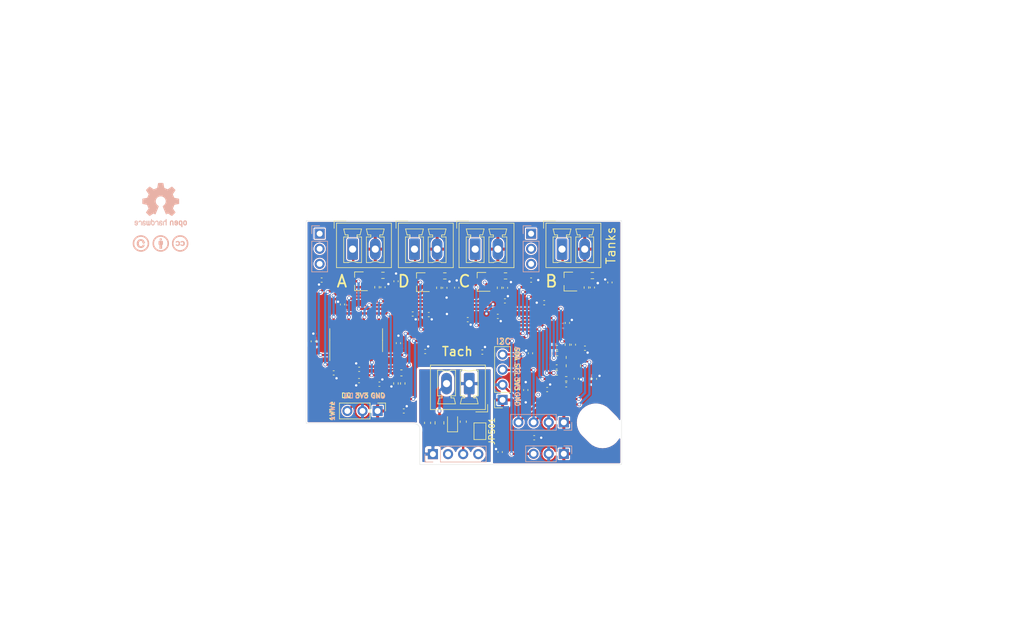
<source format=kicad_pcb>
(kicad_pcb (version 20171130) (host pcbnew "(5.1.9-0-10_14)")
  (title_block (title "Sailor Hat for ESP32") (date 2020-11-25) (rev 0.2.0) (company "Hat Laboratories") (comment 1 https://creativecommons.org/licenses/by-sa/4.0) (comment 2 "To view a copy of this license, visit ") (comment 3 "Sailor Hat for ESP32 is licensed under CC BY-SA 4.0."))
  (layers (0 F.Cu signal) (31 B.Cu signal) (34 B.Paste user) (35 F.Paste user) (36 B.SilkS user) (37 F.SilkS user) (38 B.Mask user) (39 F.Mask user) (44 Edge.Cuts user))
  (net 0 "")
  (net 1 GND)
  (net 2 +3V3)
  (net 3 "Net-(C401-Pad1)")
  (net 4 "Net-(C402-Pad1)")
  (net 5 "/Tank sender/Vin")
  (net 6 "Net-(C405-Pad1)")
  (net 7 "Net-(C406-Pad1)")
  (net 8 "/Tank sender/VadcA")
  (net 9 "/Tank sender/VadcB")
  (net 10 "/Tank sender/VadcC")
  (net 11 "/Tank sender/VadcD")
  (net 12 "Net-(C501-Pad1)")
  (net 13 /SDA)
  (net 14 /SCL)
  (net 15 "/Tank sender/VoutB")
  (net 16 "/Tank sender/VoutA")
  (net 17 "/Tank sender/VoutC")
  (net 18 "/Tank sender/VoutD")
  (net 19 "Net-(J501-Pad2)")
  (net 20 "Net-(Q401-Pad2)")
  (net 21 "Net-(Q401-Pad1)")
  (net 22 "Net-(Q402-Pad2)")
  (net 23 "Net-(Q402-Pad1)")
  (net 24 "Net-(Q403-Pad2)")
  (net 25 "Net-(Q403-Pad1)")
  (net 26 "Net-(Q404-Pad2)")
  (net 27 "Net-(Q404-Pad1)")
  (net 28 ISO_GND)
  (net 29 /ISO_IN)
  (net 30 /IOHeader/DQ)
  (module Capacitor_SMD:C_0402_1005Metric (layer F.Cu) (at 151.912 94.861 90)
    (fp_text reference C407 hide)
    (fp_text value 1uF hide)
    (pad 2 smd roundrect (at 0.48 0 90) (size 0.56 0.62) (layers F.Cu F.Paste F.Mask) (net 1 GND))
    (pad 1 smd roundrect (at -0.48 0 90) (size 0.56 0.62) (layers F.Cu F.Paste F.Mask) (net 8 "/Tank sender/VadcA"))
  )
  (module Resistor_SMD:R_0402_1005Metric (layer F.Cu) (at 150.912 94.861 90)
    (fp_text reference R411 hide)
    (fp_text value 1.5k hide)
    (pad 2 smd roundrect (at 0.51 0 90) (size 0.54 0.64) (layers F.Cu F.Paste F.Mask) (net 16 "/Tank sender/VoutA"))
    (pad 1 smd roundrect (at -0.51 0 90) (size 0.54 0.64) (layers F.Cu F.Paste F.Mask) (net 8 "/Tank sender/VadcA"))
  )
  (module SH-ESP32-tank-hat:Texas_R-PUQFN-N10 (layer F.Cu) (at 151.9 97.7 270)
    (fp_text reference U402 hide)
    (fp_text value TLA2024 hide)
    (pad 1 smd rect (at -0.6375 -0.75 180) (size 0.3 0.575) (layers F.Cu F.Paste F.Mask) (net 1 GND))
    (pad 4 smd rect (at -0.6375 0.75 180) (size 0.3 0.575) (layers F.Cu F.Paste F.Mask) (net 8 "/Tank sender/VadcA"))
    (pad 6 smd rect (at 0.6375 0.75) (size 0.3 0.575) (layers F.Cu F.Paste F.Mask) (net 10 "/Tank sender/VadcC"))
    (pad 9 smd rect (at 0.6375 -0.75) (size 0.3 0.575) (layers F.Cu F.Paste F.Mask) (net 13 /SDA))
    (pad 8 smd rect (at 0.6375 -0.25) (size 0.25 0.575) (layers F.Cu F.Paste F.Mask) (net 2 +3V3))
    (pad 7 smd rect (at 0.6375 0.25) (size 0.25 0.575) (layers F.Cu F.Paste F.Mask) (net 11 "/Tank sender/VadcD"))
    (pad 3 smd rect (at -0.6375 0.25 180) (size 0.25 0.575) (layers F.Cu F.Paste F.Mask))
    (pad 2 smd rect (at -0.6375 -0.25 180) (size 0.25 0.575) (layers F.Cu F.Paste F.Mask))
    (pad 10 smd rect (at 0 -0.86 180) (size 0.63 0.35) (layers F.Cu F.Paste F.Mask) (net 14 /SCL))
    (pad 5 smd rect (at 0 0.86) (size 0.63 0.35) (layers F.Cu F.Paste F.Mask) (net 9 "/Tank sender/VadcB"))
  )
  (module Connector_PinHeader_2.54mm:PinHeader_1x03_P2.54mm_Vertical (layer F.Cu) (at 119 106 270)
    (fp_text reference J304 hide)
    (fp_text value 1-Wire_top hide)
    (pad 3 thru_hole oval (at 0 5.08 270) (size 1.7 1.7) (drill 1) (layers *.Cu *.Mask) (net 30 /IOHeader/DQ))
    (pad 2 thru_hole oval (at 0 2.54 270) (size 1.7 1.7) (drill 1) (layers *.Cu *.Mask) (net 2 +3V3))
    (pad 1 thru_hole rect (at 0 0 270) (size 1.7 1.7) (drill 1) (layers *.Cu *.Mask) (net 1 GND))
  )
  (module Connector_PinSocket_2.54mm:PinSocket_1x04_P2.54mm_Vertical (layer F.Cu) (at 140 104.14 180)
    (fp_text reference J301 hide)
    (fp_text value I2C_top hide)
    (pad 4 thru_hole oval (at 0 7.62 180) (size 1.7 1.7) (drill 1) (layers *.Cu *.Mask) (net 13 /SDA))
    (pad 3 thru_hole oval (at 0 5.08 180) (size 1.7 1.7) (drill 1) (layers *.Cu *.Mask) (net 14 /SCL))
    (pad 2 thru_hole oval (at 0 2.54 180) (size 1.7 1.7) (drill 1) (layers *.Cu *.Mask) (net 2 +3V3))
    (pad 1 thru_hole rect (at 0 0 180) (size 1.7 1.7) (drill 1) (layers *.Cu *.Mask) (net 1 GND))
  )
  (module Connector_PinSocket_2.54mm:PinSocket_1x03_P2.54mm_Vertical (layer B.Cu) (at 144.8 76.2 180)
    (fp_text reference J202 hide)
    (fp_text value Conn_01x03 hide)
    (pad 3 thru_hole oval (at 0 -5.08 180) (size 1.7 1.7) (drill 1) (layers *.Cu *.Mask))
    (pad 2 thru_hole oval (at 0 -2.54 180) (size 1.7 1.7) (drill 1) (layers *.Cu *.Mask))
    (pad 1 thru_hole rect (at 0 0 180) (size 1.7 1.7) (drill 1) (layers *.Cu *.Mask))
  )
  (module Connector_PinSocket_2.54mm:PinSocket_1x03_P2.54mm_Vertical (layer B.Cu) (at 109.26 76.2 180)
    (fp_text reference J201 hide)
    (fp_text value Conn_01x03 hide)
    (pad 3 thru_hole oval (at 0 -5.08 180) (size 1.7 1.7) (drill 1) (layers *.Cu *.Mask))
    (pad 2 thru_hole oval (at 0 -2.54 180) (size 1.7 1.7) (drill 1) (layers *.Cu *.Mask))
    (pad 1 thru_hole rect (at 0 0 180) (size 1.7 1.7) (drill 1) (layers *.Cu *.Mask))
  )
  (module Connector_PinSocket_2.54mm:PinSocket_1x03_P2.54mm_Vertical (layer B.Cu) (at 150.3 113.2 90)
    (fp_text reference J305 hide)
    (fp_text value 1-Wire_bottom hide)
    (pad 3 thru_hole oval (at 0 -5.08 90) (size 1.7 1.7) (drill 1) (layers *.Cu *.Mask) (net 30 /IOHeader/DQ))
    (pad 2 thru_hole oval (at 0 -2.54 90) (size 1.7 1.7) (drill 1) (layers *.Cu *.Mask) (net 2 +3V3))
    (pad 1 thru_hole rect (at 0 0 90) (size 1.7 1.7) (drill 1) (layers *.Cu *.Mask) (net 1 GND))
  )
  (module Connector_PinSocket_2.54mm:PinSocket_1x04_P2.54mm_Vertical (layer B.Cu) (at 128.3 113.25 270)
    (fp_text reference J303 hide)
    (fp_text value Opto hide)
    (pad 4 thru_hole oval (at 0 -7.62 270) (size 1.7 1.7) (drill 1) (layers *.Cu *.Mask))
    (pad 3 thru_hole oval (at 0 -5.08 270) (size 1.7 1.7) (drill 1) (layers *.Cu *.Mask) (net 29 /ISO_IN))
    (pad 2 thru_hole oval (at 0 -2.54 270) (size 1.7 1.7) (drill 1) (layers *.Cu *.Mask))
    (pad 1 thru_hole rect (at 0 0 270) (size 1.7 1.7) (drill 1) (layers *.Cu *.Mask) (net 28 ISO_GND))
  )
  (module Package_SO:SOIC-14_3.9x8.7mm_P1.27mm (layer F.Cu) (at 115.4 94.1 90)
    (fp_text reference U401 hide)
    (fp_text value LMV324 hide)
    (pad 14 smd roundrect (at 2.475 -3.81 90) (size 1.95 0.6) (layers F.Cu F.Paste F.Mask) (net 27 "Net-(Q404-Pad1)"))
    (pad 13 smd roundrect (at 2.475 -2.54 90) (size 1.95 0.6) (layers F.Cu F.Paste F.Mask) (net 5 "/Tank sender/Vin"))
    (pad 12 smd roundrect (at 2.475 -1.27 90) (size 1.95 0.6) (layers F.Cu F.Paste F.Mask) (net 7 "Net-(C406-Pad1)"))
    (pad 11 smd roundrect (at 2.475 0 90) (size 1.95 0.6) (layers F.Cu F.Paste F.Mask) (net 1 GND))
    (pad 10 smd roundrect (at 2.475 1.27 90) (size 1.95 0.6) (layers F.Cu F.Paste F.Mask) (net 6 "Net-(C405-Pad1)"))
    (pad 9 smd roundrect (at 2.475 2.54 90) (size 1.95 0.6) (layers F.Cu F.Paste F.Mask) (net 5 "/Tank sender/Vin"))
    (pad 8 smd roundrect (at 2.475 3.81 90) (size 1.95 0.6) (layers F.Cu F.Paste F.Mask) (net 25 "Net-(Q403-Pad1)"))
    (pad 7 smd roundrect (at -2.475 3.81 90) (size 1.95 0.6) (layers F.Cu F.Paste F.Mask) (net 23 "Net-(Q402-Pad1)"))
    (pad 6 smd roundrect (at -2.475 2.54 90) (size 1.95 0.6) (layers F.Cu F.Paste F.Mask) (net 5 "/Tank sender/Vin"))
    (pad 5 smd roundrect (at -2.475 1.27 90) (size 1.95 0.6) (layers F.Cu F.Paste F.Mask) (net 4 "Net-(C402-Pad1)"))
    (pad 4 smd roundrect (at -2.475 0 90) (size 1.95 0.6) (layers F.Cu F.Paste F.Mask) (net 2 +3V3))
    (pad 3 smd roundrect (at -2.475 -1.27 90) (size 1.95 0.6) (layers F.Cu F.Paste F.Mask) (net 5 "/Tank sender/Vin"))
    (pad 2 smd roundrect (at -2.475 -2.54 90) (size 1.95 0.6) (layers F.Cu F.Paste F.Mask) (net 3 "Net-(C401-Pad1)"))
    (pad 1 smd roundrect (at -2.475 -3.81 90) (size 1.95 0.6) (layers F.Cu F.Paste F.Mask) (net 21 "Net-(Q401-Pad1)"))
  )
  (module Resistor_SMD:R_0805_2012Metric (layer F.Cu) (at 129.4 108 90)
    (fp_text reference R501 hide)
    (fp_text value 3.3k hide)
    (pad 2 smd roundrect (at 0.9125 0 90) (size 1.025 1.4) (layers F.Cu F.Paste F.Mask) (roundrect_rratio 0.243902) (net 19 "Net-(J501-Pad2)"))
    (pad 1 smd roundrect (at -0.9125 0 90) (size 1.025 1.4) (layers F.Cu F.Paste F.Mask) (roundrect_rratio 0.243902) (net 29 /ISO_IN))
  )
  (module Resistor_SMD:R_0402_1005Metric (layer F.Cu) (at 150.7 100.6 180)
    (fp_text reference R414 hide)
    (fp_text value 1.5k hide)
    (pad 2 smd roundrect (at 0.51 0 180) (size 0.54 0.64) (layers F.Cu F.Paste F.Mask) (net 18 "/Tank sender/VoutD"))
    (pad 1 smd roundrect (at -0.51 0 180) (size 0.54 0.64) (layers F.Cu F.Paste F.Mask) (net 11 "/Tank sender/VadcD"))
  )
  (module Resistor_SMD:R_0402_1005Metric (layer F.Cu) (at 149.1 99.6 180)
    (fp_text reference R413 hide)
    (fp_text value 1.5k hide)
    (pad 2 smd roundrect (at 0.51 0 180) (size 0.54 0.64) (layers F.Cu F.Paste F.Mask) (net 17 "/Tank sender/VoutC"))
    (pad 1 smd roundrect (at -0.51 0 180) (size 0.54 0.64) (layers F.Cu F.Paste F.Mask) (net 10 "/Tank sender/VadcC"))
  )
  (module Resistor_SMD:R_0402_1005Metric (layer F.Cu) (at 149.152 96.337 180)
    (fp_text reference R412 hide)
    (fp_text value 1.5k hide)
    (pad 2 smd roundrect (at 0.51 0 180) (size 0.54 0.64) (layers F.Cu F.Paste F.Mask) (net 15 "/Tank sender/VoutB"))
    (pad 1 smd roundrect (at -0.51 0 180) (size 0.54 0.64) (layers F.Cu F.Paste F.Mask) (net 9 "/Tank sender/VadcB"))
  )
  (module Resistor_SMD:R_0603_1608Metric (layer F.Cu) (at 130.3 83.3 180)
    (fp_text reference R410 hide)
    (fp_text value 30 hide)
    (pad 2 smd roundrect (at 0.825 0 180) (size 0.8 0.95) (layers F.Cu F.Paste F.Mask) (net 26 "Net-(Q404-Pad2)"))
    (pad 1 smd roundrect (at -0.825 0 180) (size 0.8 0.95) (layers F.Cu F.Paste F.Mask) (net 2 +3V3))
  )
  (module Resistor_SMD:R_0603_1608Metric (layer F.Cu) (at 140.5 83.3 180)
    (fp_text reference R409 hide)
    (fp_text value 30 hide)
    (pad 2 smd roundrect (at 0.825 0 180) (size 0.8 0.95) (layers F.Cu F.Paste F.Mask) (net 24 "Net-(Q403-Pad2)"))
    (pad 1 smd roundrect (at -0.825 0 180) (size 0.8 0.95) (layers F.Cu F.Paste F.Mask) (net 2 +3V3))
  )
  (module Resistor_SMD:R_0402_1005Metric (layer F.Cu) (at 129.3 85.3 270)
    (fp_text reference R408 hide)
    (fp_text value 1k hide)
    (pad 2 smd roundrect (at 0.51 0 270) (size 0.54 0.64) (layers F.Cu F.Paste F.Mask) (net 7 "Net-(C406-Pad1)"))
    (pad 1 smd roundrect (at -0.51 0 270) (size 0.54 0.64) (layers F.Cu F.Paste F.Mask) (net 26 "Net-(Q404-Pad2)"))
  )
  (module Resistor_SMD:R_0402_1005Metric (layer F.Cu) (at 139.5 85.3 270)
    (fp_text reference R407 hide)
    (fp_text value 1k hide)
    (pad 2 smd roundrect (at 0.51 0 270) (size 0.54 0.64) (layers F.Cu F.Paste F.Mask) (net 6 "Net-(C405-Pad1)"))
    (pad 1 smd roundrect (at -0.51 0 270) (size 0.54 0.64) (layers F.Cu F.Paste F.Mask) (net 24 "Net-(Q403-Pad2)"))
  )
  (module Resistor_SMD:R_0402_1005Metric (layer F.Cu) (at 123.228 101.377 270)
    (fp_text reference R406 hide)
    (fp_text value 10k hide)
    (pad 2 smd roundrect (at 0.51 0 270) (size 0.54 0.64) (layers F.Cu F.Paste F.Mask) (net 1 GND))
    (pad 1 smd roundrect (at -0.51 0 270) (size 0.54 0.64) (layers F.Cu F.Paste F.Mask) (net 5 "/Tank sender/Vin"))
  )
  (module Resistor_SMD:R_0402_1005Metric (layer F.Cu) (at 122.085 101.377 90)
    (fp_text reference R405 hide)
    (fp_text value 1k hide)
    (pad 2 smd roundrect (at 0.51 0 90) (size 0.54 0.64) (layers F.Cu F.Paste F.Mask) (net 5 "/Tank sender/Vin"))
    (pad 1 smd roundrect (at -0.51 0 90) (size 0.54 0.64) (layers F.Cu F.Paste F.Mask) (net 2 +3V3))
  )
  (module Resistor_SMD:R_0603_1608Metric (layer F.Cu) (at 155.1 83.25 180)
    (fp_text reference R404 hide)
    (fp_text value 30 hide)
    (pad 2 smd roundrect (at 0.825 0 180) (size 0.8 0.95) (layers F.Cu F.Paste F.Mask) (net 22 "Net-(Q402-Pad2)"))
    (pad 1 smd roundrect (at -0.825 0 180) (size 0.8 0.95) (layers F.Cu F.Paste F.Mask) (net 2 +3V3))
  )
  (module Resistor_SMD:R_0603_1608Metric (layer F.Cu) (at 119.9 83.2 180)
    (fp_text reference R403 hide)
    (fp_text value 30 hide)
    (pad 2 smd roundrect (at 0.825 0 180) (size 0.8 0.95) (layers F.Cu F.Paste F.Mask) (net 20 "Net-(Q401-Pad2)"))
    (pad 1 smd roundrect (at -0.825 0 180) (size 0.8 0.95) (layers F.Cu F.Paste F.Mask) (net 2 +3V3))
  )
  (module Resistor_SMD:R_0402_1005Metric (layer F.Cu) (at 154.1 85.25 270)
    (fp_text reference R402 hide)
    (fp_text value 1k hide)
    (pad 2 smd roundrect (at 0.51 0 270) (size 0.54 0.64) (layers F.Cu F.Paste F.Mask) (net 4 "Net-(C402-Pad1)"))
    (pad 1 smd roundrect (at -0.51 0 270) (size 0.54 0.64) (layers F.Cu F.Paste F.Mask) (net 22 "Net-(Q402-Pad2)"))
  )
  (module Resistor_SMD:R_0402_1005Metric (layer F.Cu) (at 118.9 85.2 270)
    (fp_text reference R401 hide)
    (fp_text value 1k hide)
    (pad 2 smd roundrect (at 0.51 0 270) (size 0.54 0.64) (layers F.Cu F.Paste F.Mask) (net 3 "Net-(C401-Pad1)"))
    (pad 1 smd roundrect (at -0.51 0 270) (size 0.54 0.64) (layers F.Cu F.Paste F.Mask) (net 20 "Net-(Q401-Pad2)"))
  )
  (module Package_TO_SOT_SMD:SOT-23 (layer F.Cu) (at 126.3 84.35 180)
    (fp_text reference Q404 hide)
    (fp_text value S9015 hide)
    (pad 3 smd rect (at 1 0 180) (size 0.9 0.8) (layers F.Cu F.Paste F.Mask) (net 18 "/Tank sender/VoutD"))
    (pad 2 smd rect (at -1 0.95 180) (size 0.9 0.8) (layers F.Cu F.Paste F.Mask) (net 26 "Net-(Q404-Pad2)"))
    (pad 1 smd rect (at -1 -0.95 180) (size 0.9 0.8) (layers F.Cu F.Paste F.Mask) (net 27 "Net-(Q404-Pad1)"))
  )
  (module Package_TO_SOT_SMD:SOT-23 (layer F.Cu) (at 136.5 84.3 180)
    (fp_text reference Q403 hide)
    (fp_text value S9015 hide)
    (pad 3 smd rect (at 1 0 180) (size 0.9 0.8) (layers F.Cu F.Paste F.Mask) (net 17 "/Tank sender/VoutC"))
    (pad 2 smd rect (at -1 0.95 180) (size 0.9 0.8) (layers F.Cu F.Paste F.Mask) (net 24 "Net-(Q403-Pad2)"))
    (pad 1 smd rect (at -1 -0.95 180) (size 0.9 0.8) (layers F.Cu F.Paste F.Mask) (net 25 "Net-(Q403-Pad1)"))
  )
  (module Package_TO_SOT_SMD:SOT-23 (layer F.Cu) (at 151.1 84.25 180)
    (fp_text reference Q402 hide)
    (fp_text value S9015 hide)
    (pad 3 smd rect (at 1 0 180) (size 0.9 0.8) (layers F.Cu F.Paste F.Mask) (net 15 "/Tank sender/VoutB"))
    (pad 2 smd rect (at -1 0.95 180) (size 0.9 0.8) (layers F.Cu F.Paste F.Mask) (net 22 "Net-(Q402-Pad2)"))
    (pad 1 smd rect (at -1 -0.95 180) (size 0.9 0.8) (layers F.Cu F.Paste F.Mask) (net 23 "Net-(Q402-Pad1)"))
  )
  (module Package_TO_SOT_SMD:SOT-23 (layer F.Cu) (at 115.9 84.2 180)
    (fp_text reference Q401 hide)
    (fp_text value S9015 hide)
    (pad 3 smd rect (at 1 0 180) (size 0.9 0.8) (layers F.Cu F.Paste F.Mask) (net 16 "/Tank sender/VoutA"))
    (pad 2 smd rect (at -1 0.95 180) (size 0.9 0.8) (layers F.Cu F.Paste F.Mask) (net 20 "Net-(Q401-Pad2)"))
    (pad 1 smd rect (at -1 -0.95 180) (size 0.9 0.8) (layers F.Cu F.Paste F.Mask) (net 21 "Net-(Q401-Pad1)"))
  )
  (module Jumper:SolderJumper-2_P1.3mm_Open_Pad1.0x1.5mm (layer F.Cu) (at 136.2 109.4 270)
    (fp_text reference JP501 (at 0 -2 90) (layer F.SilkS))
    (fp_text value SolderJumper_2_Open hide)
    (pad 1 smd rect (at -0.65 0 270) (size 1 1.5) (layers F.Cu F.Mask) (net 12 "Net-(C501-Pad1)"))
    (pad 2 smd rect (at 0.65 0 270) (size 1 1.5) (layers F.Cu F.Mask) (net 29 /ISO_IN))
  )
  (module Connector_Phoenix_MC:PhoenixContact_MCV_1,5_2-G-3.81_1x02_P3.81mm_Vertical (layer F.Cu) (at 134.4 101.4 180)
    (fp_text reference J501 hide)
    (fp_text value Conn_01x02 hide)
    (pad 2 thru_hole oval (at 3.81 0 180) (size 1.8 3.6) (drill 1.2) (layers *.Cu *.Mask) (net 19 "Net-(J501-Pad2)"))
    (pad 1 thru_hole roundrect (at 0 0 180) (size 1.8 3.6) (drill 1.2) (layers *.Cu *.Mask) (roundrect_rratio 0.138889) (net 28 ISO_GND))
  )
  (module Connector_Phoenix_MC:PhoenixContact_MCV_1,5_2-G-3.81_1x02_P3.81mm_Vertical (layer F.Cu) (at 125.2 78.8)
    (fp_text reference J404 hide)
    (fp_text value Conn_01x02 hide)
    (pad 2 thru_hole oval (at 3.81 0) (size 1.8 3.6) (drill 1.2) (layers *.Cu *.Mask) (net 1 GND))
    (pad 1 thru_hole roundrect (at 0 0) (size 1.8 3.6) (drill 1.2) (layers *.Cu *.Mask) (roundrect_rratio 0.138889) (net 18 "/Tank sender/VoutD"))
  )
  (module Connector_Phoenix_MC:PhoenixContact_MCV_1,5_2-G-3.81_1x02_P3.81mm_Vertical (layer F.Cu) (at 135.4 78.8)
    (fp_text reference J403 hide)
    (fp_text value Conn_01x02 hide)
    (pad 2 thru_hole oval (at 3.81 0) (size 1.8 3.6) (drill 1.2) (layers *.Cu *.Mask) (net 1 GND))
    (pad 1 thru_hole roundrect (at 0 0) (size 1.8 3.6) (drill 1.2) (layers *.Cu *.Mask) (roundrect_rratio 0.138889) (net 17 "/Tank sender/VoutC"))
  )
  (module Connector_Phoenix_MC:PhoenixContact_MCV_1,5_2-G-3.81_1x02_P3.81mm_Vertical (layer F.Cu) (at 114.8 78.8)
    (fp_text reference J402 hide)
    (fp_text value Conn_01x02 hide)
    (pad 2 thru_hole oval (at 3.81 0) (size 1.8 3.6) (drill 1.2) (layers *.Cu *.Mask) (net 1 GND))
    (pad 1 thru_hole roundrect (at 0 0) (size 1.8 3.6) (drill 1.2) (layers *.Cu *.Mask) (roundrect_rratio 0.138889) (net 16 "/Tank sender/VoutA"))
  )
  (module Connector_Phoenix_MC:PhoenixContact_MCV_1,5_2-G-3.81_1x02_P3.81mm_Vertical (layer F.Cu) (at 150 78.8)
    (fp_text reference J401 hide)
    (fp_text value Conn_01x02 hide)
    (pad 2 thru_hole oval (at 3.81 0) (size 1.8 3.6) (drill 1.2) (layers *.Cu *.Mask) (net 1 GND))
    (pad 1 thru_hole roundrect (at 0 0) (size 1.8 3.6) (drill 1.2) (layers *.Cu *.Mask) (roundrect_rratio 0.138889) (net 15 "/Tank sender/VoutB"))
  )
  (module Diode_SMD:D_SOD-323 (layer F.Cu) (at 131.6 108 90)
    (fp_text reference D501 hide)
    (fp_text value BZT52C16S hide)
    (pad 2 smd rect (at 1.05 0 90) (size 0.6 0.45) (layers F.Cu F.Paste F.Mask) (net 28 ISO_GND))
    (pad 1 smd rect (at -1.05 0 90) (size 0.6 0.45) (layers F.Cu F.Paste F.Mask) (net 29 /ISO_IN))
  )
  (module Capacitor_SMD:C_0603_1608Metric (layer F.Cu) (at 127.4 108 90)
    (fp_text reference C502 hide)
    (fp_text value 4.7nF hide)
    (pad 2 smd roundrect (at 0.775 0 90) (size 0.9 0.95) (layers F.Cu F.Paste F.Mask) (net 28 ISO_GND))
    (pad 1 smd roundrect (at -0.775 0 90) (size 0.9 0.95) (layers F.Cu F.Paste F.Mask) (net 29 /ISO_IN))
  )
  (module Capacitor_SMD:C_0603_1608Metric (layer F.Cu) (at 133.4 107.8 90)
    (fp_text reference C501 hide)
    (fp_text value 47nF hide)
    (pad 2 smd roundrect (at 0.775 0 90) (size 0.9 0.95) (layers F.Cu F.Paste F.Mask) (net 28 ISO_GND))
    (pad 1 smd roundrect (at -0.775 0 90) (size 0.9 0.95) (layers F.Cu F.Paste F.Mask) (net 12 "Net-(C501-Pad1)"))
  )
  (module Capacitor_SMD:C_0402_1005Metric (layer F.Cu) (at 152.4 100.58 270)
    (fp_text reference C411 hide)
    (fp_text value 100nF hide)
    (pad 2 smd roundrect (at 0.48 0 270) (size 0.56 0.62) (layers F.Cu F.Paste F.Mask) (net 1 GND))
    (pad 1 smd roundrect (at -0.48 0 270) (size 0.56 0.62) (layers F.Cu F.Paste F.Mask) (net 2 +3V3))
  )
  (module Capacitor_SMD:C_0402_1005Metric (layer F.Cu) (at 150.7 101.6 180)
    (fp_text reference C410 hide)
    (fp_text value 1uF hide)
    (pad 2 smd roundrect (at 0.48 0 180) (size 0.56 0.62) (layers F.Cu F.Paste F.Mask) (net 1 GND))
    (pad 1 smd roundrect (at -0.48 0 180) (size 0.56 0.62) (layers F.Cu F.Paste F.Mask) (net 11 "/Tank sender/VadcD"))
  )
  (module Capacitor_SMD:C_0402_1005Metric (layer F.Cu) (at 149.1 98.6 180)
    (fp_text reference C409 hide)
    (fp_text value 1uF hide)
    (pad 2 smd roundrect (at 0.48 0 180) (size 0.56 0.62) (layers F.Cu F.Paste F.Mask) (net 1 GND))
    (pad 1 smd roundrect (at -0.48 0 180) (size 0.56 0.62) (layers F.Cu F.Paste F.Mask) (net 10 "/Tank sender/VadcC"))
  )
  (module Capacitor_SMD:C_0402_1005Metric (layer F.Cu) (at 149.152 95.337 180)
    (fp_text reference C408 hide)
    (fp_text value 1uF hide)
    (pad 2 smd roundrect (at 0.48 0 180) (size 0.56 0.62) (layers F.Cu F.Paste F.Mask) (net 1 GND))
    (pad 1 smd roundrect (at -0.48 0 180) (size 0.56 0.62) (layers F.Cu F.Paste F.Mask) (net 9 "/Tank sender/VadcB"))
  )
  (module Capacitor_SMD:C_0402_1005Metric (layer F.Cu) (at 130.3 85.3 90)
    (fp_text reference C406 hide)
    (fp_text value 100nF hide)
    (pad 2 smd roundrect (at 0.48 0 90) (size 0.56 0.62) (layers F.Cu F.Paste F.Mask) (net 2 +3V3))
    (pad 1 smd roundrect (at -0.48 0 90) (size 0.56 0.62) (layers F.Cu F.Paste F.Mask) (net 7 "Net-(C406-Pad1)"))
  )
  (module Capacitor_SMD:C_0402_1005Metric (layer F.Cu) (at 140.5 85.3 90)
    (fp_text reference C405 hide)
    (fp_text value 100nF hide)
    (pad 2 smd roundrect (at 0.48 0 90) (size 0.56 0.62) (layers F.Cu F.Paste F.Mask) (net 2 +3V3))
    (pad 1 smd roundrect (at -0.48 0 90) (size 0.56 0.62) (layers F.Cu F.Paste F.Mask) (net 6 "Net-(C405-Pad1)"))
  )
  (module Capacitor_SMD:C_0603_1608Metric (layer F.Cu) (at 123 99.6)
    (fp_text reference C404 hide)
    (fp_text value 68nF hide)
    (pad 2 smd roundrect (at 0.775 0) (size 0.9 0.95) (layers F.Cu F.Paste F.Mask) (net 1 GND))
    (pad 1 smd roundrect (at -0.775 0) (size 0.9 0.95) (layers F.Cu F.Paste F.Mask) (net 5 "/Tank sender/Vin"))
  )
  (module Capacitor_SMD:C_0402_1005Metric (layer F.Cu) (at 115.9 99)
    (fp_text reference C403 hide)
    (fp_text value 100nF hide)
    (pad 2 smd roundrect (at 0.48 0) (size 0.56 0.62) (layers F.Cu F.Paste F.Mask) (net 1 GND))
    (pad 1 smd roundrect (at -0.48 0) (size 0.56 0.62) (layers F.Cu F.Paste F.Mask) (net 2 +3V3))
  )
  (module Capacitor_SMD:C_0402_1005Metric (layer F.Cu) (at 155.1 85.25 90)
    (fp_text reference C402 hide)
    (fp_text value 100nF hide)
    (pad 2 smd roundrect (at 0.48 0 90) (size 0.56 0.62) (layers F.Cu F.Paste F.Mask) (net 2 +3V3))
    (pad 1 smd roundrect (at -0.48 0 90) (size 0.56 0.62) (layers F.Cu F.Paste F.Mask) (net 4 "Net-(C402-Pad1)"))
  )
  (module Capacitor_SMD:C_0402_1005Metric (layer F.Cu) (at 119.9 85.2 90)
    (fp_text reference C401 hide)
    (fp_text value 100nF hide)
    (pad 2 smd roundrect (at 0.48 0 90) (size 0.56 0.62) (layers F.Cu F.Paste F.Mask) (net 2 +3V3))
    (pad 1 smd roundrect (at -0.48 0 90) (size 0.56 0.62) (layers F.Cu F.Paste F.Mask) (net 3 "Net-(C401-Pad1)"))
  )
  (module Connector_PinHeader_2.54mm:PinHeader_1x04_P2.54mm_Vertical (layer B.Cu) (at 150.3 107.91 90)
    (fp_text reference J302 hide)
    (fp_text value I2C_bottom hide)
    (pad 4 thru_hole oval (at 0 -7.62 90) (size 1.7 1.7) (drill 1) (layers *.Cu *.Mask) (net 13 /SDA))
    (pad 3 thru_hole oval (at 0 -5.08 90) (size 1.7 1.7) (drill 1) (layers *.Cu *.Mask) (net 14 /SCL))
    (pad 2 thru_hole oval (at 0 -2.54 90) (size 1.7 1.7) (drill 1) (layers *.Cu *.Mask) (net 2 +3V3))
    (pad 1 thru_hole rect (at 0 0 90) (size 1.7 1.7) (drill 1) (layers *.Cu *.Mask) (net 1 GND))
  )
  (module Capacitor_SMD:C_0402_1005Metric (layer F.Cu) (at 115.88 100.9 180)
    (fp_text reference C228 hide)
    (fp_text value 100nF hide)
    (pad 2 smd roundrect (at 0.48 0 180) (size 0.56 0.62) (layers F.Cu F.Paste F.Mask) (net 2 +3V3))
    (pad 1 smd roundrect (at -0.48 0 180) (size 0.56 0.62) (layers F.Cu F.Paste F.Mask) (net 1 GND))
  )
  (module Capacitor_SMD:C_0402_1005Metric (layer F.Cu) (at 124.9 89.7)
    (fp_text reference C227 hide)
    (fp_text value 100nF hide)
    (pad 2 smd roundrect (at 0.48 0) (size 0.56 0.62) (layers F.Cu F.Paste F.Mask) (net 2 +3V3))
    (pad 1 smd roundrect (at -0.48 0) (size 0.56 0.62) (layers F.Cu F.Paste F.Mask) (net 1 GND))
  )
  (module Capacitor_SMD:C_0402_1005Metric (layer F.Cu) (at 147 87.8 180)
    (fp_text reference C226 hide)
    (fp_text value 100nF hide)
    (pad 2 smd roundrect (at 0.48 0 180) (size 0.56 0.62) (layers F.Cu F.Paste F.Mask) (net 2 +3V3))
    (pad 1 smd roundrect (at -0.48 0 180) (size 0.56 0.62) (layers F.Cu F.Paste F.Mask) (net 1 GND))
  )
  (module Capacitor_SMD:C_0402_1005Metric (layer F.Cu) (at 123.4 106)
    (fp_text reference C225 hide)
    (fp_text value 100nF hide)
    (pad 2 smd roundrect (at 0.48 0) (size 0.56 0.62) (layers F.Cu F.Paste F.Mask) (net 2 +3V3))
    (pad 1 smd roundrect (at -0.48 0) (size 0.56 0.62) (layers F.Cu F.Paste F.Mask) (net 1 GND))
  )
  (module Capacitor_SMD:C_0402_1005Metric (layer F.Cu) (at 155.45 100.6 90)
    (fp_text reference C224 hide)
    (fp_text value 100nF hide)
    (pad 2 smd roundrect (at 0.48 0 90) (size 0.56 0.62) (layers F.Cu F.Paste F.Mask) (net 2 +3V3))
    (pad 1 smd roundrect (at -0.48 0 90) (size 0.56 0.62) (layers F.Cu F.Paste F.Mask) (net 1 GND))
  )
  (module Capacitor_SMD:C_0402_1005Metric (layer F.Cu) (at 153.85 95.45)
    (fp_text reference C223 hide)
    (fp_text value 100nF hide)
    (pad 2 smd roundrect (at 0.48 0) (size 0.56 0.62) (layers F.Cu F.Paste F.Mask) (net 2 +3V3))
    (pad 1 smd roundrect (at -0.48 0) (size 0.56 0.62) (layers F.Cu F.Paste F.Mask) (net 1 GND))
  )
  (module Capacitor_SMD:C_0402_1005Metric (layer F.Cu) (at 144.8 84)
    (fp_text reference C222 hide)
    (fp_text value 100nF hide)
    (pad 2 smd roundrect (at 0.48 0) (size 0.56 0.62) (layers F.Cu F.Paste F.Mask) (net 2 +3V3))
    (pad 1 smd roundrect (at -0.48 0) (size 0.56 0.62) (layers F.Cu F.Paste F.Mask) (net 1 GND))
  )
  (module Capacitor_SMD:C_0402_1005Metric (layer F.Cu) (at 119.3 101.5)
    (fp_text reference C221 hide)
    (fp_text value 100nF hide)
    (pad 2 smd roundrect (at 0.48 0) (size 0.56 0.62) (layers F.Cu F.Paste F.Mask) (net 2 +3V3))
    (pad 1 smd roundrect (at -0.48 0) (size 0.56 0.62) (layers F.Cu F.Paste F.Mask) (net 1 GND))
  )
  (module Capacitor_SMD:C_0402_1005Metric (layer F.Cu) (at 111.62 99.6)
    (fp_text reference C220 hide)
    (fp_text value 100nF hide)
    (pad 2 smd roundrect (at 0.48 0) (size 0.56 0.62) (layers F.Cu F.Paste F.Mask) (net 2 +3V3))
    (pad 1 smd roundrect (at -0.48 0) (size 0.56 0.62) (layers F.Cu F.Paste F.Mask) (net 1 GND))
  )
  (module Capacitor_SMD:C_0402_1005Metric (layer F.Cu) (at 134.15 90.65)
    (fp_text reference C219 hide)
    (fp_text value 100nF hide)
    (pad 2 smd roundrect (at 0.48 0) (size 0.56 0.62) (layers F.Cu F.Paste F.Mask) (net 2 +3V3))
    (pad 1 smd roundrect (at -0.48 0) (size 0.56 0.62) (layers F.Cu F.Paste F.Mask) (net 1 GND))
  )
  (module Capacitor_SMD:C_0402_1005Metric (layer F.Cu) (at 108.2 94.3 90)
    (fp_text reference C218 hide)
    (fp_text value 100nF hide)
    (pad 2 smd roundrect (at 0.48 0 90) (size 0.56 0.62) (layers F.Cu F.Paste F.Mask) (net 2 +3V3))
    (pad 1 smd roundrect (at -0.48 0 90) (size 0.56 0.62) (layers F.Cu F.Paste F.Mask) (net 1 GND))
  )
  (module Capacitor_SMD:C_0402_1005Metric (layer F.Cu) (at 143.9 102.48 90)
    (fp_text reference C217 hide)
    (fp_text value 100nF hide)
    (pad 2 smd roundrect (at 0.48 0 90) (size 0.56 0.62) (layers F.Cu F.Paste F.Mask) (net 2 +3V3))
    (pad 1 smd roundrect (at -0.48 0 90) (size 0.56 0.62) (layers F.Cu F.Paste F.Mask) (net 1 GND))
  )
  (module Capacitor_SMD:C_0402_1005Metric (layer F.Cu) (at 132.3 85.28 90)
    (fp_text reference C216 hide)
    (fp_text value 100nF hide)
    (pad 2 smd roundrect (at 0.48 0 90) (size 0.56 0.62) (layers F.Cu F.Paste F.Mask) (net 2 +3V3))
    (pad 1 smd roundrect (at -0.48 0 90) (size 0.56 0.62) (layers F.Cu F.Paste F.Mask) (net 1 GND))
  )
  (module Capacitor_SMD:C_0402_1005Metric (layer F.Cu) (at 122.5 94.6 90)
    (fp_text reference C215 hide)
    (fp_text value 100nF hide)
    (pad 2 smd roundrect (at 0.48 0 90) (size 0.56 0.62) (layers F.Cu F.Paste F.Mask) (net 2 +3V3))
    (pad 1 smd roundrect (at -0.48 0 90) (size 0.56 0.62) (layers F.Cu F.Paste F.Mask) (net 1 GND))
  )
  (module Capacitor_SMD:C_0402_1005Metric (layer F.Cu) (at 158.05 84.4 90)
    (fp_text reference C214 hide)
    (fp_text value 100nF hide)
    (pad 2 smd roundrect (at 0.48 0 90) (size 0.56 0.62) (layers F.Cu F.Paste F.Mask) (net 2 +3V3))
    (pad 1 smd roundrect (at -0.48 0 90) (size 0.56 0.62) (layers F.Cu F.Paste F.Mask) (net 1 GND))
  )
  (module Capacitor_SMD:C_0402_1005Metric (layer F.Cu) (at 140.4 87.5)
    (fp_text reference C213 hide)
    (fp_text value 100nF hide)
    (pad 2 smd roundrect (at 0.48 0) (size 0.56 0.62) (layers F.Cu F.Paste F.Mask) (net 2 +3V3))
    (pad 1 smd roundrect (at -0.48 0) (size 0.56 0.62) (layers F.Cu F.Paste F.Mask) (net 1 GND))
  )
  (module Capacitor_SMD:C_0402_1005Metric (layer F.Cu) (at 127.6 89.8)
    (fp_text reference C212 hide)
    (fp_text value 100nF hide)
    (pad 2 smd roundrect (at 0.48 0) (size 0.56 0.62) (layers F.Cu F.Paste F.Mask) (net 2 +3V3))
    (pad 1 smd roundrect (at -0.48 0) (size 0.56 0.62) (layers F.Cu F.Paste F.Mask) (net 1 GND))
  )
  (module Capacitor_SMD:C_0402_1005Metric (layer F.Cu) (at 109.6 84 180)
    (fp_text reference C211 hide)
    (fp_text value 100nF hide)
    (pad 2 smd roundrect (at 0.48 0 180) (size 0.56 0.62) (layers F.Cu F.Paste F.Mask) (net 2 +3V3))
    (pad 1 smd roundrect (at -0.48 0 180) (size 0.56 0.62) (layers F.Cu F.Paste F.Mask) (net 1 GND))
  )
  (module Capacitor_SMD:C_0402_1005Metric (layer F.Cu) (at 139.2 90.1)
    (fp_text reference C210 hide)
    (fp_text value 100nF hide)
    (pad 2 smd roundrect (at 0.48 0) (size 0.56 0.62) (layers F.Cu F.Paste F.Mask) (net 2 +3V3))
    (pad 1 smd roundrect (at -0.48 0) (size 0.56 0.62) (layers F.Cu F.Paste F.Mask) (net 1 GND))
  )
  (module Capacitor_SMD:C_0402_1005Metric (layer F.Cu) (at 139.6 112.9 90)
    (fp_text reference C209 hide)
    (fp_text value 100nF hide)
    (pad 2 smd roundrect (at 0.48 0 90) (size 0.56 0.62) (layers F.Cu F.Paste F.Mask) (net 2 +3V3))
    (pad 1 smd roundrect (at -0.48 0 90) (size 0.56 0.62) (layers F.Cu F.Paste F.Mask) (net 1 GND))
  )
  (module Capacitor_SMD:C_0402_1005Metric (layer F.Cu) (at 122.1 84.2 90)
    (fp_text reference C208 hide)
    (fp_text value 100nF hide)
    (pad 2 smd roundrect (at 0.48 0 90) (size 0.56 0.62) (layers F.Cu F.Paste F.Mask) (net 2 +3V3))
    (pad 1 smd roundrect (at -0.48 0 90) (size 0.56 0.62) (layers F.Cu F.Paste F.Mask) (net 1 GND))
  )
  (module Capacitor_SMD:C_0402_1005Metric (layer F.Cu) (at 145.32 110.5)
    (fp_text reference C207 hide)
    (fp_text value 100nF hide)
    (pad 2 smd roundrect (at 0.48 0) (size 0.56 0.62) (layers F.Cu F.Paste F.Mask) (net 2 +3V3))
    (pad 1 smd roundrect (at -0.48 0) (size 0.56 0.62) (layers F.Cu F.Paste F.Mask) (net 1 GND))
  )
  (module Capacitor_SMD:C_0402_1005Metric (layer F.Cu) (at 127 96)
    (fp_text reference C206 hide)
    (fp_text value 100nF hide)
    (pad 2 smd roundrect (at 0.48 0) (size 0.56 0.62) (layers F.Cu F.Paste F.Mask) (net 2 +3V3))
    (pad 1 smd roundrect (at -0.48 0) (size 0.56 0.62) (layers F.Cu F.Paste F.Mask) (net 1 GND))
  )
  (module Capacitor_SMD:C_0402_1005Metric (layer F.Cu) (at 136.6 96.1)
    (fp_text reference C205 hide)
    (fp_text value 100nF hide)
    (pad 2 smd roundrect (at 0.48 0) (size 0.56 0.62) (layers F.Cu F.Paste F.Mask) (net 2 +3V3))
    (pad 1 smd roundrect (at -0.48 0) (size 0.56 0.62) (layers F.Cu F.Paste F.Mask) (net 1 GND))
  )
  (module Capacitor_SMD:C_0402_1005Metric (layer F.Cu) (at 147.5 102.4)
    (fp_text reference C204 hide)
    (fp_text value 100nF hide)
    (pad 2 smd roundrect (at 0.48 0) (size 0.56 0.62) (layers F.Cu F.Paste F.Mask) (net 2 +3V3))
    (pad 1 smd roundrect (at -0.48 0) (size 0.56 0.62) (layers F.Cu F.Paste F.Mask) (net 1 GND))
  )
  (module Capacitor_SMD:C_0402_1005Metric (layer F.Cu) (at 144.7 96.3 90)
    (fp_text reference C203 hide)
    (fp_text value 100nF hide)
    (pad 2 smd roundrect (at 0.48 0 90) (size 0.56 0.62) (layers F.Cu F.Paste F.Mask) (net 2 +3V3))
    (pad 1 smd roundrect (at -0.48 0 90) (size 0.56 0.62) (layers F.Cu F.Paste F.Mask) (net 1 GND))
  )
  (module Capacitor_SMD:C_0402_1005Metric (layer F.Cu) (at 150.9 91.2 90)
    (fp_text reference C202 hide)
    (fp_text value 100nF hide)
    (pad 2 smd roundrect (at 0.48 0 90) (size 0.56 0.62) (layers F.Cu F.Paste F.Mask) (net 2 +3V3))
    (pad 1 smd roundrect (at -0.48 0 90) (size 0.56 0.62) (layers F.Cu F.Paste F.Mask) (net 1 GND))
  )
  (module Capacitor_SMD:C_0402_1005Metric (layer F.Cu) (at 113.1 88.1 90)
    (fp_text reference C201 hide)
    (fp_text value 100nF hide)
    (pad 2 smd roundrect (at 0.48 0 90) (size 0.56 0.62) (layers F.Cu F.Paste F.Mask) (net 2 +3V3))
    (pad 1 smd roundrect (at -0.48 0 90) (size 0.56 0.62) (layers F.Cu F.Paste F.Mask) (net 1 GND))
  )
  (module SH-ESP32:MountingSlot_3.2mm_M3_Unplated (layer F.Cu) (at 156.25 108.5 135)
    (fp_text reference H202 hide)
    (fp_text value MountingHole hide)
    (pad "" np_thru_hole oval (at 0 0 135) (size 4.8 3.2) (drill oval 4.8 3.2) (layers *.Cu *.Mask) (clearance 1.6))
  )
  (module SH-ESP32:MountingSlot_3.2mm_M3_Unplated (layer F.Cu) (at 111.75 63.5 135)
    (fp_text reference H201 hide)
    (fp_text value MountingHole hide)
    (pad "" np_thru_hole oval (at 0 0 135) (size 4.8 3.2) (drill oval 4.8 3.2) (layers *.Cu *.Mask) (clearance 1.6))
  )
  (module Symbol:OSHW-Logo2_9.8x8mm_SilkScreen (layer B.Cu) (at 82.55 71.39 180)
    (fp_text reference REF** hide)
    (fp_text value OSHW-Logo2_9.8x8mm_SilkScreen hide)
  )
  (module SH-ESP32:cc-by-sa-10mm (layer B.Cu) (at 82.55 77.89 180)
    (fp_text reference G*** hide)
    (fp_text value LOGO hide)
  )
  (gr_text Tanks (at 158.2 78.2 90) (layer F.SilkS) (effects (font (size 1.5 1.5) (thickness 0.2))))
  (gr_text B (at 148.2 84.2) (layer F.SilkS) (effects (font (size 2 2) (thickness 0.3))))
  (gr_text C (at 133.6 84.2) (layer F.SilkS) (effects (font (size 2 2) (thickness 0.3))))
  (gr_text D (at 123.4 84.2) (layer F.SilkS) (effects (font (size 2 2) (thickness 0.3))))
  (gr_text A (at 113 84.2) (layer F.SilkS) (effects (font (size 2 2) (thickness 0.3))))
  (gr_line (start 107 74) (end 160 74) (layer Edge.Cuts) (width 0.05))
  (gr_line (start 107 74) (end 107 108.1) (layer Edge.Cuts) (width 0.05))
  (gr_line (start 160 115) (end 160 74) (layer Edge.Cuts) (width 0.05))
  (gr_text 1Wire (at 111.39 106 90) (layer B.SilkS) (effects (font (size 0.8 0.8) (thickness 0.16)) (justify mirror)))
  (gr_text DQ (at 113.73 103.4) (layer F.SilkS) (effects (font (size 0.8 0.8) (thickness 0.16))))
  (gr_text 3V3 (at 116.38 103.4) (layer F.SilkS) (effects (font (size 0.8 0.8) (thickness 0.16))))
  (gr_text GND (at 119.03 103.4) (layer F.SilkS) (effects (font (size 0.8 0.8) (thickness 0.16))))
  (gr_text GND (at 119.12 103.5) (layer B.SilkS) (effects (font (size 0.8 0.8) (thickness 0.16)) (justify mirror)))
  (gr_text 3V3 (at 116.3 103.49) (layer B.SilkS) (effects (font (size 0.8 0.8) (thickness 0.16)) (justify mirror)))
  (gr_text DQ (at 114.15 103.45) (layer B.SilkS) (effects (font (size 0.8 0.8) (thickness 0.16)) (justify mirror)))
  (gr_text 1Wire (at 111.39 106 90) (layer F.SilkS) (effects (font (size 0.8 0.8) (thickness 0.16))))
  (gr_text Tach (at 132.4 96) (layer F.SilkS) (effects (font (size 1.5 1.5) (thickness 0.25))))
  (gr_line (start 126.1 115) (end 160 115) (layer Edge.Cuts) (width 0.05))
  (gr_line (start 126.1 112.5) (end 126.1 115) (layer Edge.Cuts) (width 0.05))
  (gr_arc (start 125.1 109.1) (end 126.1 109.1) (angle -90) (layer Edge.Cuts) (width 0.05))
  (gr_line (start 125.1 108.1) (end 107 108.1) (layer Edge.Cuts) (width 0.05))
  (gr_line (start 126.1 112.5) (end 126.1 109.1) (layer Edge.Cuts) (width 0.05))
  (gr_text I2C (at 140.169 94.293 180) (layer B.SilkS) (effects (font (size 1 1) (thickness 0.16)) (justify mirror)))
  (gr_text GND (at 142.469 103.993 270) (layer B.SilkS) (effects (font (size 0.8 0.8) (thickness 0.16)) (justify mirror)))
  (gr_text 3V3 (at 142.469 101.343 270) (layer B.SilkS) (effects (font (size 0.8 0.8) (thickness 0.16)) (justify mirror)))
  (gr_text SDA (at 142.469 96.293 270) (layer B.SilkS) (effects (font (size 0.8 0.8) (thickness 0.16)) (justify mirror)))
  (gr_text SCL (at 142.469 98.793 270) (layer B.SilkS) (effects (font (size 0.8 0.8) (thickness 0.16)) (justify mirror)))
  (gr_text SCL (at 142.419 99.043 270) (layer F.SilkS) (effects (font (size 0.8 0.8) (thickness 0.16))))
  (gr_text SDA (at 142.419 96.393 270) (layer F.SilkS) (effects (font (size 0.8 0.8) (thickness 0.16))))
  (gr_text 3V3 (at 142.419 101.493 270) (layer F.SilkS) (effects (font (size 0.8 0.8) (thickness 0.16))))
  (gr_text GND (at 142.469 103.993 270) (layer F.SilkS) (effects (font (size 0.8 0.8) (thickness 0.16))))
  (gr_text I2C (at 140.119 94.293) (layer F.SilkS) (effects (font (size 1 1) (thickness 0.16))))
  (via (at 146 103.25) (size 0.6) (drill 0.4) (layers F.Cu B.Cu) (net 0))
  (via (at 138.4 88.05) (size 0.6) (drill 0.4) (layers F.Cu B.Cu) (net 1))
  (via (at 137.3 89.65) (size 0.6) (drill 0.4) (layers F.Cu B.Cu) (net 1))
  (segment (start 137.3 89.15) (end 138.4 88.05) (width 0.4) (layer B.Cu) (net 1))
  (segment (start 137.3 89.65) (end 137.3 89.15) (width 0.4) (layer B.Cu) (net 1))
  (segment (start 120.725 84.584) (end 120.81 84.669) (width 0.4) (layer F.Cu) (net 2))
  (via (at 120.81 84.669) (size 0.6) (drill 0.4) (layers F.Cu B.Cu) (net 2))
  (segment (start 120.725 83.2) (end 120.725 84.584) (width 0.4) (layer F.Cu) (net 2))
  (segment (start 120.759 84.72) (end 120.81 84.669) (width 0.4) (layer F.Cu) (net 2))
  (segment (start 119.9 84.72) (end 120.759 84.72) (width 0.4) (layer F.Cu) (net 2))
  (via (at 121.323 101.885) (size 0.6) (drill 0.4) (layers F.Cu B.Cu) (net 2))
  (segment (start 121.325 101.887) (end 121.323 101.885) (width 0.4) (layer F.Cu) (net 2))
  (segment (start 122.085 101.887) (end 121.325 101.887) (width 0.4) (layer F.Cu) (net 2))
  (via (at 156.01 84.502) (size 0.6) (drill 0.4) (layers F.Cu B.Cu) (net 2))
  (segment (start 155.925 84.417) (end 156.01 84.502) (width 0.4) (layer F.Cu) (net 2))
  (segment (start 155.925 83.25) (end 155.925 84.417) (width 0.4) (layer F.Cu) (net 2))
  (via (at 156.01 84.502) (size 0.6) (drill 0.4) (layers F.Cu B.Cu) (net 2))
  (segment (start 155.742 84.77) (end 156.01 84.502) (width 0.4) (layer F.Cu) (net 2))
  (segment (start 155.1 84.77) (end 155.742 84.77) (width 0.4) (layer F.Cu) (net 2))
  (via (at 141.41 84.335) (size 0.6) (drill 0.4) (layers F.Cu B.Cu) (net 2))
  (segment (start 141.325 84.25) (end 141.41 84.335) (width 0.4) (layer F.Cu) (net 2))
  (segment (start 141.325 83.3) (end 141.325 84.25) (width 0.4) (layer F.Cu) (net 2))
  (segment (start 140.925 84.82) (end 141.41 84.335) (width 0.4) (layer F.Cu) (net 2))
  (segment (start 140.5 84.82) (end 140.925 84.82) (width 0.4) (layer F.Cu) (net 2))
  (via (at 131.083 84.241) (size 0.6) (drill 0.4) (layers F.Cu B.Cu) (net 2))
  (segment (start 131.125 84.199) (end 131.083 84.241) (width 0.4) (layer F.Cu) (net 2))
  (segment (start 131.125 83.3) (end 131.125 84.199) (width 0.4) (layer F.Cu) (net 2))
  (segment (start 130.504 84.82) (end 131.083 84.241) (width 0.4) (layer F.Cu) (net 2))
  (segment (start 130.3 84.82) (end 130.504 84.82) (width 0.4) (layer F.Cu) (net 2))
  (via (at 153.199992 100.7) (size 0.6) (drill 0.4) (layers F.Cu B.Cu) (net 2))
  (segment (start 153.199992 100.699992) (end 153.199992 100.7) (width 0.4) (layer F.Cu) (net 2))
  (segment (start 152.6 100.1) (end 153.199992 100.699992) (width 0.4) (layer F.Cu) (net 2))
  (segment (start 118.93 85.68) (end 118.9 85.71) (width 0.4) (layer F.Cu) (net 3))
  (segment (start 119.9 85.68) (end 118.93 85.68) (width 0.4) (layer F.Cu) (net 3))
  (segment (start 155.07 85.76) (end 155.1 85.73) (width 0.4) (layer F.Cu) (net 4))
  (segment (start 154.1 85.76) (end 155.07 85.76) (width 0.4) (layer F.Cu) (net 4))
  (segment (start 155.1 85.73) (end 155.13 85.73) (width 0.4) (layer F.Cu) (net 4))
  (segment (start 114.13 95.814596) (end 114.13 96.575) (width 0.4) (layer F.Cu) (net 5))
  (segment (start 117.94 91.625) (end 117.94 92.004596) (width 0.4) (layer F.Cu) (net 5))
  (segment (start 122.225 100.727) (end 122.085 100.867) (width 0.4) (layer F.Cu) (net 5))
  (segment (start 122.225 99.6) (end 122.225 100.727) (width 0.4) (layer F.Cu) (net 5))
  (segment (start 123.228 100.867) (end 122.085 100.867) (width 0.4) (layer F.Cu) (net 5))
  (segment (start 140.47 85.81) (end 140.5 85.78) (width 0.4) (layer F.Cu) (net 6))
  (segment (start 139.5 85.81) (end 140.47 85.81) (width 0.4) (layer F.Cu) (net 6))
  (segment (start 129.33 85.78) (end 129.3 85.81) (width 0.4) (layer F.Cu) (net 7))
  (segment (start 130.3 85.78) (end 129.33 85.78) (width 0.4) (layer F.Cu) (net 7))
  (segment (start 150.942 95.341) (end 150.912 95.371) (width 0.4) (layer F.Cu) (net 8))
  (segment (start 151.912 95.341) (end 150.942 95.341) (width 0.4) (layer F.Cu) (net 8))
  (segment (start 149.662 95.367) (end 149.632 95.337) (width 0.4) (layer F.Cu) (net 9))
  (segment (start 149.662 96.337) (end 149.662 95.367) (width 0.4) (layer F.Cu) (net 9))
  (segment (start 149.61 98.63) (end 149.58 98.6) (width 0.4) (layer F.Cu) (net 10))
  (segment (start 149.61 99.6) (end 149.61 98.63) (width 0.4) (layer F.Cu) (net 10))
  (segment (start 151.21 100.53) (end 151.18 100.5) (width 0.4) (layer F.Cu) (net 11))
  (segment (start 151.21 101.5) (end 151.21 100.53) (width 0.4) (layer F.Cu) (net 11))
  (segment (start 151.18 100.5) (end 151.3 100.5) (width 0.4) (layer F.Cu) (net 11))
  (via (at 115.4 98) (size 0.6) (drill 0.4) (layers F.Cu B.Cu) (net 2))
  (segment (start 115.4 98.92) (end 115.4 98) (width 0.4) (layer F.Cu) (net 2))
  (segment (start 115.4 96.575) (end 115.4 98) (width 0.4) (layer F.Cu) (net 2))
  (segment (start 152.2 98.3875) (end 152.15 98.3375) (width 0.25) (layer F.Cu) (net 2))
  (segment (start 152.15 99.85) (end 152.15 98.3375) (width 0.25) (layer F.Cu) (net 2))
  (segment (start 152.4 100.1) (end 152.15 99.85) (width 0.25) (layer F.Cu) (net 2))
  (via (at 109.15 84.75) (size 0.6) (drill 0.4) (layers F.Cu B.Cu) (net 2))
  (segment (start 109.12 84.72) (end 109.15 84.75) (width 0.4) (layer F.Cu) (net 2))
  (segment (start 109.12 84) (end 109.12 84.72) (width 0.4) (layer F.Cu) (net 2))
  (segment (start 112.38 87.62) (end 112.35 87.65) (width 0.4) (layer F.Cu) (net 2))
  (via (at 112.35 87.65) (size 0.6) (drill 0.4) (layers F.Cu B.Cu) (net 2))
  (segment (start 113.1 87.62) (end 112.38 87.62) (width 0.4) (layer F.Cu) (net 2))
  (via (at 108.2 93) (size 0.6) (drill 0.4) (layers F.Cu B.Cu) (net 2))
  (segment (start 108.2 93.82) (end 108.2 93) (width 0.4) (layer F.Cu) (net 2))
  (via (at 112.1 100.5) (size 0.6) (drill 0.4) (layers F.Cu B.Cu) (net 2))
  (segment (start 112.1 99.6) (end 112.1 100.5) (width 0.4) (layer F.Cu) (net 2))
  (via (at 115.4 101.7) (size 0.6) (drill 0.4) (layers F.Cu B.Cu) (net 2))
  (segment (start 115.4 100.9) (end 115.4 101.7) (width 0.4) (layer F.Cu) (net 2))
  (via (at 119.8 100.7) (size 0.6) (drill 0.4) (layers F.Cu B.Cu) (net 2))
  (segment (start 119.78 100.72) (end 119.8 100.7) (width 0.4) (layer F.Cu) (net 2))
  (segment (start 119.78 101.5) (end 119.78 100.72) (width 0.4) (layer F.Cu) (net 2))
  (via (at 123.9 105.2) (size 0.6) (drill 0.4) (layers F.Cu B.Cu) (net 2))
  (segment (start 123.88 105.22) (end 123.9 105.2) (width 0.4) (layer F.Cu) (net 2))
  (segment (start 123.88 106) (end 123.88 105.22) (width 0.4) (layer F.Cu) (net 2))
  (via (at 122.5 93.35) (size 0.6) (drill 0.4) (layers F.Cu B.Cu) (net 2))
  (segment (start 122.5 94.12) (end 122.5 93.35) (width 0.4) (layer F.Cu) (net 2))
  (via (at 127.5 95.15) (size 0.6) (drill 0.4) (layers F.Cu B.Cu) (net 2))
  (segment (start 127.48 95.17) (end 127.5 95.15) (width 0.4) (layer F.Cu) (net 2))
  (segment (start 127.48 96) (end 127.48 95.17) (width 0.4) (layer F.Cu) (net 2))
  (via (at 125.4 90.6) (size 0.6) (drill 0.4) (layers F.Cu B.Cu) (net 2))
  (segment (start 125.38 90.58) (end 125.4 90.6) (width 0.4) (layer F.Cu) (net 2))
  (segment (start 125.38 89.7) (end 125.38 90.58) (width 0.4) (layer F.Cu) (net 2))
  (via (at 128.1 90.6) (size 0.6) (drill 0.4) (layers F.Cu B.Cu) (net 2))
  (segment (start 128.08 90.58) (end 128.1 90.6) (width 0.4) (layer F.Cu) (net 2))
  (segment (start 128.08 89.8) (end 128.08 90.58) (width 0.4) (layer F.Cu) (net 2))
  (via (at 122.1 82.9) (size 0.6) (drill 0.4) (layers F.Cu B.Cu) (net 2))
  (segment (start 122.1 83.72) (end 122.1 82.9) (width 0.4) (layer F.Cu) (net 2))
  (via (at 132.3 84.05) (size 0.6) (drill 0.4) (layers F.Cu B.Cu) (net 2))
  (segment (start 132.3 84.8) (end 132.3 84.05) (width 0.4) (layer F.Cu) (net 2))
  (via (at 146 84) (size 0.6) (drill 0.4) (layers F.Cu B.Cu) (net 2))
  (segment (start 145.28 84) (end 146 84) (width 0.4) (layer F.Cu) (net 2))
  (via (at 145.75 87.8) (size 0.6) (drill 0.4) (layers F.Cu B.Cu) (net 2))
  (segment (start 146.52 87.8) (end 145.75 87.8) (width 0.4) (layer F.Cu) (net 2))
  (via (at 140.9 86.7) (size 0.6) (drill 0.4) (layers F.Cu B.Cu) (net 2))
  (segment (start 140.88 86.72) (end 140.9 86.7) (width 0.4) (layer F.Cu) (net 2))
  (segment (start 140.88 87.5) (end 140.88 86.72) (width 0.4) (layer F.Cu) (net 2))
  (via (at 139.7 90.9) (size 0.6) (drill 0.4) (layers F.Cu B.Cu) (net 2))
  (segment (start 139.68 90.88) (end 139.7 90.9) (width 0.4) (layer F.Cu) (net 2))
  (segment (start 139.68 90.1) (end 139.68 90.88) (width 0.4) (layer F.Cu) (net 2))
  (via (at 134.65 91.5) (size 0.6) (drill 0.4) (layers F.Cu B.Cu) (net 2))
  (segment (start 134.63 91.48) (end 134.65 91.5) (width 0.4) (layer F.Cu) (net 2))
  (segment (start 134.63 90.65) (end 134.63 91.48) (width 0.4) (layer F.Cu) (net 2))
  (via (at 137.05 95.25) (size 0.6) (drill 0.4) (layers F.Cu B.Cu) (net 2))
  (segment (start 137.08 95.28) (end 137.05 95.25) (width 0.4) (layer F.Cu) (net 2))
  (segment (start 137.08 96.1) (end 137.08 95.28) (width 0.4) (layer F.Cu) (net 2))
  (segment (start 143.98 95.82) (end 143.95 95.85) (width 0.4) (layer F.Cu) (net 2))
  (via (at 143.95 95.85) (size 0.6) (drill 0.4) (layers F.Cu B.Cu) (net 2))
  (segment (start 144.7 95.82) (end 143.98 95.82) (width 0.4) (layer F.Cu) (net 2))
  (via (at 143.9 101.15) (size 0.6) (drill 0.4) (layers F.Cu B.Cu) (net 2))
  (segment (start 143.9 102) (end 143.9 101.15) (width 0.4) (layer F.Cu) (net 2))
  (via (at 148 101.55) (size 0.6) (drill 0.4) (layers F.Cu B.Cu) (net 2))
  (segment (start 147.98 101.57) (end 148 101.55) (width 0.4) (layer F.Cu) (net 2))
  (segment (start 147.98 102.4) (end 147.98 101.57) (width 0.4) (layer F.Cu) (net 2))
  (via (at 154.3 96.2) (size 0.6) (drill 0.4) (layers F.Cu B.Cu) (net 2))
  (segment (start 154.33 96.17) (end 154.3 96.2) (width 0.4) (layer F.Cu) (net 2))
  (segment (start 154.33 95.45) (end 154.33 96.17) (width 0.4) (layer F.Cu) (net 2))
  (via (at 156.3 100.1) (size 0.6) (drill 0.4) (layers F.Cu B.Cu) (net 2))
  (segment (start 156.28 100.12) (end 156.3 100.1) (width 0.4) (layer F.Cu) (net 2))
  (segment (start 155.45 100.12) (end 156.28 100.12) (width 0.4) (layer F.Cu) (net 2))
  (via (at 146.5 110.5) (size 0.6) (drill 0.4) (layers F.Cu B.Cu) (net 2))
  (segment (start 145.8 110.5) (end 146.5 110.5) (width 0.4) (layer F.Cu) (net 2))
  (via (at 138.9 112.4) (size 0.6) (drill 0.4) (layers F.Cu B.Cu) (net 2))
  (segment (start 138.92 112.42) (end 138.9 112.4) (width 0.4) (layer F.Cu) (net 2))
  (segment (start 139.6 112.42) (end 138.92 112.42) (width 0.4) (layer F.Cu) (net 2))
  (segment (start 151.63 90.72) (end 151.65 90.7) (width 0.4) (layer F.Cu) (net 2))
  (via (at 151.65 90.7) (size 0.6) (drill 0.4) (layers F.Cu B.Cu) (net 2))
  (segment (start 150.9 90.72) (end 151.63 90.72) (width 0.4) (layer F.Cu) (net 2))
  (via (at 157.25 83.9) (size 0.6) (drill 0.4) (layers F.Cu B.Cu) (net 2))
  (segment (start 157.27 83.92) (end 157.25 83.9) (width 0.4) (layer F.Cu) (net 2))
  (segment (start 158.05 83.92) (end 157.27 83.92) (width 0.4) (layer F.Cu) (net 2))
  (via (at 130.6 86.95) (size 0.6) (drill 0.4) (layers F.Cu B.Cu) (net 2))
  (segment (start 130.6 89.65) (end 130.65 89.7) (width 0.4) (layer B.Cu) (net 2))
  (via (at 130.65 89.7) (size 0.6) (drill 0.4) (layers F.Cu B.Cu) (net 2))
  (segment (start 130.6 86.95) (end 130.6 89.65) (width 0.4) (layer B.Cu) (net 2))
  (via (at 143.9 104.55) (size 0.6) (drill 0.4) (layers F.Cu B.Cu) (net 2))
  (segment (start 142.95 104.55) (end 143.9 104.55) (width 0.4) (layer F.Cu) (net 2))
  (segment (start 140 101.6) (end 142.95 104.55) (width 0.4) (layer F.Cu) (net 2))
  (via (at 110.2 98.2) (size 0.6) (drill 0.4) (layers F.Cu B.Cu) (net 3))
  (segment (start 112.86 97.55) (end 112.86 96.575) (width 0.4) (layer F.Cu) (net 3))
  (segment (start 112.21 98.2) (end 112.86 97.55) (width 0.4) (layer F.Cu) (net 3))
  (segment (start 110.2 98.2) (end 112.21 98.2) (width 0.4) (layer F.Cu) (net 3))
  (segment (start 118.732999 85.877001) (end 110.722999 85.877001) (width 0.4) (layer F.Cu) (net 3))
  (segment (start 118.9 85.71) (end 118.732999 85.877001) (width 0.4) (layer F.Cu) (net 3))
  (segment (start 110.722999 85.877001) (end 110.6 86) (width 0.4) (layer F.Cu) (net 3))
  (segment (start 110.2 86.4) (end 110.6 86) (width 0.4) (layer B.Cu) (net 3))
  (segment (start 110.2 87.4) (end 110.2 86.4) (width 0.4) (layer B.Cu) (net 3))
  (via (at 110.6 86) (size 0.6) (drill 0.4) (layers F.Cu B.Cu) (net 3))
  (segment (start 110.2 98.2) (end 110.2 87.4) (width 0.4) (layer B.Cu) (net 3))
  (segment (start 116.8 96.705) (end 116.67 96.575) (width 0.4) (layer F.Cu) (net 4))
  (segment (start 122.14 99.515) (end 122.225 99.6) (width 0.4) (layer F.Cu) (net 5))
  (segment (start 118 91.565) (end 117.94 91.625) (width 0.4) (layer F.Cu) (net 5))
  (via (at 120.8 89.8) (size 0.6) (drill 0.4) (layers F.Cu B.Cu) (net 5))
  (segment (start 113.6 89.6) (end 117.8 89.6) (width 0.4) (layer F.Cu) (net 5))
  (segment (start 112.86 90.34) (end 113.6 89.6) (width 0.4) (layer F.Cu) (net 5))
  (segment (start 112.86 91.625) (end 112.86 90.34) (width 0.4) (layer F.Cu) (net 5))
  (segment (start 117.94 89.74) (end 117.8 89.6) (width 0.4) (layer F.Cu) (net 5))
  (segment (start 117.94 91.625) (end 117.94 89.74) (width 0.4) (layer F.Cu) (net 5))
  (segment (start 120.6 89.6) (end 120.8 89.8) (width 0.4) (layer F.Cu) (net 5))
  (segment (start 117.8 89.6) (end 120.6 89.6) (width 0.4) (layer F.Cu) (net 5))
  (segment (start 116.67 91.625) (end 116.67 90.35701) (width 0.4) (layer F.Cu) (net 6))
  (segment (start 116.67 90.35701) (end 116.8 90.22701) (width 0.4) (layer F.Cu) (net 6))
  (via (at 116.8 90.22701) (size 0.6) (drill 0.4) (layers F.Cu B.Cu) (net 6))
  (segment (start 116.8 89) (end 117.6 88.2) (width 0.4) (layer B.Cu) (net 6))
  (via (at 117.6 88.2) (size 0.6) (drill 0.4) (layers F.Cu B.Cu) (net 6))
  (segment (start 116.8 90.22701) (end 116.8 89) (width 0.4) (layer B.Cu) (net 6))
  (via (at 114.198484 87.031022) (size 0.6) (drill 0.4) (layers F.Cu B.Cu) (net 7))
  (segment (start 114.198484 90.225494) (end 114.2 90.22701) (width 0.4) (layer B.Cu) (net 7))
  (segment (start 114.13 91.625) (end 114.13 90.29701) (width 0.4) (layer F.Cu) (net 7))
  (segment (start 114.198484 87.031022) (end 114.198484 90.225494) (width 0.4) (layer B.Cu) (net 7))
  (segment (start 114.13 90.29701) (end 114.2 90.22701) (width 0.4) (layer F.Cu) (net 7))
  (via (at 114.2 90.22701) (size 0.6) (drill 0.4) (layers F.Cu B.Cu) (net 7))
  (segment (start 133.25 108.725) (end 133.4 108.575) (width 0.4) (layer F.Cu) (net 12))
  (segment (start 133.575 108.75) (end 133.4 108.575) (width 0.4) (layer F.Cu) (net 12))
  (segment (start 136.2 108.75) (end 133.575 108.75) (width 0.4) (layer F.Cu) (net 12))
  (segment (start 142.68 107.91) (end 146.59 104) (width 0.4) (layer F.Cu) (net 13))
  (segment (start 146.59 104) (end 152.8 104) (width 0.4) (layer F.Cu) (net 13))
  (via (at 152.8 104) (size 0.6) (drill 0.4) (layers F.Cu B.Cu) (net 13))
  (segment (start 148.579 96.4) (end 148.642 96.337) (width 0.4) (layer F.Cu) (net 15))
  (segment (start 150.1 78.9) (end 150 78.8) (width 0.4) (layer F.Cu) (net 15))
  (segment (start 150.1 84.25) (end 150.1 78.9) (width 0.4) (layer F.Cu) (net 15))
  (segment (start 150.861 94.3) (end 150.912 94.351) (width 0.4) (layer F.Cu) (net 16))
  (segment (start 150 94.3) (end 150.861 94.3) (width 0.4) (layer F.Cu) (net 16))
  (segment (start 114.9 78.9) (end 114.8 78.8) (width 0.4) (layer F.Cu) (net 16))
  (segment (start 114.9 84.2) (end 114.9 78.9) (width 0.4) (layer F.Cu) (net 16))
  (segment (start 135.5 84.3) (end 135.4 84.2) (width 0.4) (layer F.Cu) (net 17))
  (segment (start 135.5 84.3) (end 135.5 85.1) (width 0.4) (layer F.Cu) (net 17))
  (via (at 135.6 85.2) (size 0.6) (drill 0.4) (layers F.Cu B.Cu) (net 17))
  (segment (start 135.5 85.1) (end 135.6 85.2) (width 0.4) (layer F.Cu) (net 17))
  (segment (start 148.462998 99.727002) (end 148.59 99.6) (width 0.4) (layer F.Cu) (net 17))
  (via (at 148.59 99.6) (size 0.6) (drill 0.4) (layers F.Cu B.Cu) (net 17))
  (segment (start 135.5 78.9) (end 135.4 78.8) (width 0.4) (layer F.Cu) (net 17))
  (segment (start 135.5 84.3) (end 135.5 78.9) (width 0.4) (layer F.Cu) (net 17))
  (segment (start 125.3 84.35) (end 125.25 84.4) (width 0.4) (layer F.Cu) (net 18))
  (via (at 126.20001 84.4) (size 0.6) (drill 0.4) (layers F.Cu B.Cu) (net 18))
  (segment (start 125.3 84.35) (end 126.15001 84.35) (width 0.4) (layer F.Cu) (net 18))
  (segment (start 126.15001 84.35) (end 126.20001 84.4) (width 0.4) (layer F.Cu) (net 18))
  (segment (start 125.3 78.9) (end 125.2 78.8) (width 0.4) (layer F.Cu) (net 18))
  (segment (start 125.3 84.35) (end 125.3 78.9) (width 0.4) (layer F.Cu) (net 18))
  (segment (start 129.41 107.0775) (end 129.4 107.0875) (width 0.4) (layer F.Cu) (net 19))
  (via (at 129.4 106) (size 0.6) (drill 0.4) (layers F.Cu B.Cu) (net 19))
  (segment (start 129.4 107.0875) (end 129.4 106) (width 0.4) (layer F.Cu) (net 19))
  (segment (start 129.4 102.59) (end 130.59 101.4) (width 0.4) (layer B.Cu) (net 19))
  (segment (start 129.4 106) (end 129.4 102.59) (width 0.4) (layer B.Cu) (net 19))
  (segment (start 119.025 83.25) (end 119.075 83.2) (width 0.4) (layer F.Cu) (net 20))
  (segment (start 116.9 83.25) (end 119.025 83.25) (width 0.4) (layer F.Cu) (net 20))
  (segment (start 118.9 83.375) (end 119.075 83.2) (width 0.4) (layer F.Cu) (net 20))
  (segment (start 118.9 84.69) (end 118.9 83.375) (width 0.4) (layer F.Cu) (net 20))
  (segment (start 116.9 85.15) (end 116.65 85.15) (width 0.4) (layer F.Cu) (net 21))
  (segment (start 153.06 86.8) (end 144.4 86.8) (width 0.4) (layer F.Cu) (net 4))
  (segment (start 154.1 85.76) (end 153.06 86.8) (width 0.4) (layer F.Cu) (net 4))
  (via (at 144.4 86.8) (size 0.6) (drill 0.4) (layers F.Cu B.Cu) (net 4))
  (via (at 144 93.4) (size 0.6) (drill 0.4) (layers F.Cu B.Cu) (net 4))
  (segment (start 144.1 87.1) (end 144.1 93.200002) (width 0.4) (layer B.Cu) (net 4))
  (segment (start 144.4 86.8) (end 144.1 87.1) (width 0.4) (layer B.Cu) (net 4))
  (via (at 124.32701 93.8) (size 0.6) (drill 0.4) (layers F.Cu B.Cu) (net 4))
  (segment (start 144 93.4) (end 143.800004 93.599996) (width 0.4) (layer F.Cu) (net 4))
  (segment (start 143.800004 93.599996) (end 124.527014 93.599996) (width 0.4) (layer F.Cu) (net 4))
  (segment (start 124.527014 93.599996) (end 124.32701 93.8) (width 0.4) (layer F.Cu) (net 4))
  (via (at 124.3 98.25) (size 0.6) (drill 0.4) (layers F.Cu B.Cu) (net 4))
  (segment (start 124.32701 93.8) (end 124.32701 98.22299) (width 0.4) (layer B.Cu) (net 4))
  (segment (start 124.32701 98.22299) (end 124.3 98.25) (width 0.4) (layer B.Cu) (net 4))
  (segment (start 116.67 96.575) (end 116.67 97.55) (width 0.4) (layer F.Cu) (net 4))
  (segment (start 116.67 97.55) (end 117.669999 98.549999) (width 0.4) (layer F.Cu) (net 4))
  (segment (start 117.669999 98.549999) (end 124.000001 98.549999) (width 0.4) (layer F.Cu) (net 4))
  (segment (start 124.000001 98.549999) (end 124.3 98.25) (width 0.4) (layer F.Cu) (net 4))
  (segment (start 114.13 99.580454) (end 114.549546 100) (width 0.4) (layer F.Cu) (net 5))
  (segment (start 114.13 96.575) (end 114.13 99.580454) (width 0.4) (layer F.Cu) (net 5))
  (segment (start 114.549546 100) (end 117.999998 100) (width 0.4) (layer F.Cu) (net 5))
  (via (at 117.999998 100) (size 0.6) (drill 0.4) (layers F.Cu B.Cu) (net 5))
  (via (at 121.2 100) (size 0.6) (drill 0.4) (layers F.Cu B.Cu) (net 5))
  (segment (start 121.6 99.6) (end 121.2 100) (width 0.4) (layer F.Cu) (net 5))
  (segment (start 120.8 89.8) (end 121.2 90.2) (width 0.4) (layer B.Cu) (net 5))
  (segment (start 121.2 90.2) (end 121.2 100) (width 0.4) (layer B.Cu) (net 5))
  (segment (start 117.999998 100) (end 121.2 100) (width 0.4) (layer F.Cu) (net 5))
  (segment (start 122.225 99.6) (end 121.6 99.6) (width 0.4) (layer F.Cu) (net 5))
  (segment (start 117.94 97.74) (end 118.05 97.85) (width 0.4) (layer F.Cu) (net 5))
  (segment (start 117.94 96.575) (end 117.94 97.74) (width 0.4) (layer F.Cu) (net 5))
  (segment (start 117.999998 97.900002) (end 118.05 97.85) (width 0.4) (layer B.Cu) (net 5))
  (segment (start 117.999998 100) (end 117.999998 97.900002) (width 0.4) (layer B.Cu) (net 5))
  (via (at 118.05 97.85) (size 0.6) (drill 0.4) (layers F.Cu B.Cu) (net 5))
  (segment (start 137.11 88.2) (end 139.5 85.81) (width 0.4) (layer F.Cu) (net 6))
  (segment (start 117.6 88.2) (end 137.11 88.2) (width 0.4) (layer F.Cu) (net 6))
  (segment (start 115.018294 87.12701) (end 114.198484 87.12701) (width 0.4) (layer F.Cu) (net 7))
  (segment (start 127.778977 86.931023) (end 115.214281 86.931023) (width 0.4) (layer F.Cu) (net 7))
  (segment (start 115.214281 86.931023) (end 115.018294 87.12701) (width 0.4) (layer F.Cu) (net 7))
  (segment (start 128.9 85.81) (end 127.778977 86.931023) (width 0.4) (layer F.Cu) (net 7))
  (segment (start 151.912 95.341) (end 151.870009 95.382991) (width 0.4) (layer F.Cu) (net 8))
  (segment (start 151.15 95.609) (end 150.912 95.371) (width 0.25) (layer F.Cu) (net 8))
  (segment (start 151.15 97.0625) (end 151.15 95.609) (width 0.25) (layer F.Cu) (net 8))
  (segment (start 150.927001 97.602001) (end 151.025 97.7) (width 0.25) (layer F.Cu) (net 9))
  (segment (start 150.798399 97.602001) (end 150.927001 97.602001) (width 0.25) (layer F.Cu) (net 9))
  (segment (start 151.025 97.7) (end 151.04 97.7) (width 0.25) (layer F.Cu) (net 9))
  (segment (start 150.747999 97.422999) (end 150.747999 97.551601) (width 0.25) (layer F.Cu) (net 9))
  (segment (start 150.747999 97.551601) (end 150.798399 97.602001) (width 0.25) (layer F.Cu) (net 9))
  (segment (start 149.662 96.337) (end 150.747999 97.422999) (width 0.25) (layer F.Cu) (net 9))
  (segment (start 150.8875 98.6) (end 151.15 98.3375) (width 0.25) (layer F.Cu) (net 10))
  (segment (start 149.58 98.6) (end 150.8875 98.6) (width 0.25) (layer F.Cu) (net 10))
  (segment (start 151.65 100.16) (end 151.65 98.3375) (width 0.25) (layer F.Cu) (net 11))
  (segment (start 151.21 100.6) (end 151.65 100.16) (width 0.25) (layer F.Cu) (net 11))
  (via (at 143.4 96.5) (size 0.6) (drill 0.4) (layers F.Cu B.Cu) (net 13))
  (segment (start 142.68 97.22) (end 143.4 96.5) (width 0.4) (layer B.Cu) (net 13))
  (segment (start 142.68 107.91) (end 142.68 97.22) (width 0.4) (layer B.Cu) (net 13))
  (segment (start 140.02 96.5) (end 140 96.52) (width 0.4) (layer F.Cu) (net 13))
  (segment (start 143.4 96.5) (end 140.02 96.5) (width 0.4) (layer F.Cu) (net 13))
  (via (at 153.8 98.4) (size 0.6) (drill 0.4) (layers F.Cu B.Cu) (net 13))
  (segment (start 152.7125 98.4) (end 152.65 98.3375) (width 0.25) (layer F.Cu) (net 13))
  (segment (start 153.8 98.4) (end 152.7125 98.4) (width 0.25) (layer F.Cu) (net 13))
  (segment (start 153.85 98.45) (end 153.8 98.4) (width 0.4) (layer B.Cu) (net 13))
  (segment (start 153.85 102.95) (end 153.85 98.45) (width 0.4) (layer B.Cu) (net 13))
  (segment (start 152.8 104) (end 153.85 102.95) (width 0.4) (layer B.Cu) (net 13))
  (via (at 152.900004 104.899996) (size 0.6) (drill 0.4) (layers F.Cu B.Cu) (net 14))
  (segment (start 148.230004 104.899996) (end 152.900004 104.899996) (width 0.4) (layer F.Cu) (net 14))
  (segment (start 145.22 107.91) (end 148.230004 104.899996) (width 0.4) (layer F.Cu) (net 14))
  (via (at 145.2 99.1) (size 0.6) (drill 0.4) (layers F.Cu B.Cu) (net 14))
  (segment (start 145.22 99.12) (end 145.2 99.1) (width 0.4) (layer B.Cu) (net 14))
  (segment (start 145.22 107.91) (end 145.22 99.12) (width 0.4) (layer B.Cu) (net 14))
  (segment (start 140.04 99.1) (end 140 99.06) (width 0.4) (layer F.Cu) (net 14))
  (segment (start 145.2 99.1) (end 140.04 99.1) (width 0.4) (layer F.Cu) (net 14))
  (segment (start 154.6 103.2) (end 154.6 97.8) (width 0.4) (layer B.Cu) (net 14))
  (segment (start 152.900004 104.899996) (end 154.6 103.2) (width 0.4) (layer B.Cu) (net 14))
  (via (at 154.6 97.8) (size 0.6) (drill 0.4) (layers F.Cu B.Cu) (net 14))
  (segment (start 154.5 97.7) (end 154.6 97.8) (width 0.25) (layer F.Cu) (net 14))
  (segment (start 152.76 97.7) (end 154.5 97.7) (width 0.25) (layer F.Cu) (net 14))
  (via (at 142.800002 85.2) (size 0.6) (drill 0.4) (layers F.Cu B.Cu) (net 15))
  (via (at 148.6 97.1) (size 0.6) (drill 0.4) (layers F.Cu B.Cu) (net 15))
  (segment (start 148.642 97.058) (end 148.6 97.1) (width 0.4) (layer F.Cu) (net 15))
  (segment (start 148.642 96.337) (end 148.642 97.058) (width 0.4) (layer F.Cu) (net 15))
  (segment (start 148.6 92.7) (end 148.6 90.4) (width 0.4) (layer B.Cu) (net 15))
  (via (at 148.6 90.4) (size 0.6) (drill 0.4) (layers F.Cu B.Cu) (net 15))
  (segment (start 148.6 97.1) (end 148.6 92.7) (width 0.4) (layer B.Cu) (net 15))
  (via (at 142.799998 90.4) (size 0.6) (drill 0.4) (layers F.Cu B.Cu) (net 15))
  (segment (start 142.800002 85.2) (end 142.800002 90.399996) (width 0.4) (layer B.Cu) (net 15))
  (segment (start 148.6 90.4) (end 142.799998 90.4) (width 0.4) (layer F.Cu) (net 15))
  (segment (start 142.800002 90.399996) (end 142.799998 90.4) (width 0.4) (layer B.Cu) (net 15))
  (segment (start 149.15 85.2) (end 142.800002 85.2) (width 0.4) (layer F.Cu) (net 15))
  (segment (start 150.1 84.25) (end 149.15 85.2) (width 0.4) (layer F.Cu) (net 15))
  (segment (start 114.9 84.2) (end 115.8 84.2) (width 0.4) (layer F.Cu) (net 16))
  (via (at 115.8 84.2) (size 0.6) (drill 0.4) (layers F.Cu B.Cu) (net 16))
  (via (at 115.827001 88.827001) (size 0.6) (drill 0.4) (layers F.Cu B.Cu) (net 16))
  (segment (start 115.8 84.2) (end 115.8 88.8) (width 0.4) (layer B.Cu) (net 16))
  (segment (start 115.8 88.8) (end 115.827001 88.827001) (width 0.4) (layer B.Cu) (net 16))
  (via (at 149.799999 88.8) (size 0.6) (drill 0.4) (layers F.Cu B.Cu) (net 16))
  (segment (start 115.827001 88.827001) (end 149.772998 88.827001) (width 0.4) (layer F.Cu) (net 16))
  (segment (start 149.772998 88.827001) (end 149.799999 88.8) (width 0.4) (layer F.Cu) (net 16))
  (via (at 149.999996 94.3) (size 0.6) (drill 0.4) (layers F.Cu B.Cu) (net 16))
  (segment (start 149.799999 88.8) (end 149.799999 94.100003) (width 0.4) (layer B.Cu) (net 16))
  (segment (start 149.799999 94.100003) (end 149.999996 94.3) (width 0.4) (layer B.Cu) (net 16))
  (via (at 135.6 91.6) (size 0.6) (drill 0.4) (layers F.Cu B.Cu) (net 17))
  (segment (start 135.6 85.2) (end 135.6 91.6) (width 0.4) (layer B.Cu) (net 17))
  (segment (start 148.59 99.6) (end 147.427008 99.6) (width 0.4) (layer F.Cu) (net 17))
  (segment (start 146.7 91.6) (end 147 91.9) (width 0.4) (layer F.Cu) (net 17))
  (segment (start 135.6 91.6) (end 146.7 91.6) (width 0.4) (layer F.Cu) (net 17))
  (via (at 147 91.9) (size 0.6) (drill 0.4) (layers F.Cu B.Cu) (net 17))
  (segment (start 147.427002 92.327002) (end 147.427002 99.600006) (width 0.4) (layer B.Cu) (net 17))
  (via (at 147.427002 99.600006) (size 0.6) (drill 0.4) (layers F.Cu B.Cu) (net 17))
  (segment (start 147 91.9) (end 147.427002 92.327002) (width 0.4) (layer B.Cu) (net 17))
  (segment (start 126.20001 92.20001) (end 126.3 92.3) (width 0.4) (layer B.Cu) (net 18))
  (via (at 126.3 92.3) (size 0.6) (drill 0.4) (layers F.Cu B.Cu) (net 18))
  (segment (start 126.20001 84.4) (end 126.20001 92.20001) (width 0.4) (layer B.Cu) (net 18))
  (via (at 146.2 92.22701) (size 0.6) (drill 0.4) (layers F.Cu B.Cu) (net 18))
  (segment (start 146.12701 92.3) (end 146.2 92.22701) (width 0.4) (layer F.Cu) (net 18))
  (segment (start 126.3 92.3) (end 146.12701 92.3) (width 0.4) (layer F.Cu) (net 18))
  (via (at 146.7 100.599998) (size 0.6) (drill 0.4) (layers F.Cu B.Cu) (net 18))
  (segment (start 146.2 100.099998) (end 146.7 100.599998) (width 0.4) (layer B.Cu) (net 18))
  (segment (start 146.2 92.22701) (end 146.2 100.099998) (width 0.4) (layer B.Cu) (net 18))
  (segment (start 146.700002 100.6) (end 146.7 100.599998) (width 0.4) (layer F.Cu) (net 18))
  (segment (start 150.1 100.6) (end 146.700002 100.6) (width 0.4) (layer F.Cu) (net 18))
  (via (at 109.4 96.6) (size 0.6) (drill 0.4) (layers F.Cu B.Cu) (net 21))
  (segment (start 111.565 96.6) (end 111.59 96.575) (width 0.4) (layer F.Cu) (net 21))
  (segment (start 109.4 96.6) (end 111.565 96.6) (width 0.4) (layer F.Cu) (net 21))
  (via (at 109.4 86) (size 0.6) (drill 0.4) (layers F.Cu B.Cu) (net 21))
  (segment (start 110.2 85.2) (end 109.4 86) (width 0.4) (layer F.Cu) (net 21))
  (segment (start 116.2 85.2) (end 110.2 85.2) (width 0.4) (layer F.Cu) (net 21))
  (segment (start 116.25 85.15) (end 116.2 85.2) (width 0.4) (layer F.Cu) (net 21))
  (segment (start 116.9 85.15) (end 116.25 85.15) (width 0.4) (layer F.Cu) (net 21))
  (segment (start 109.100001 86.299999) (end 109.100001 96.300001) (width 0.4) (layer B.Cu) (net 21))
  (segment (start 109.4 86) (end 109.100001 86.299999) (width 0.4) (layer B.Cu) (net 21))
  (segment (start 109.100001 96.300001) (end 109.4 96.6) (width 0.4) (layer B.Cu) (net 21))
  (segment (start 154.225 83.3) (end 154.275 83.25) (width 0.4) (layer F.Cu) (net 22))
  (segment (start 152.1 83.3) (end 154.225 83.3) (width 0.4) (layer F.Cu) (net 22))
  (segment (start 154.275 84.565) (end 154.1 84.74) (width 0.4) (layer F.Cu) (net 22))
  (segment (start 154.275 83.25) (end 154.275 84.565) (width 0.4) (layer F.Cu) (net 22))
  (segment (start 152.1 85.2) (end 151.299999 86.000001) (width 0.4) (layer F.Cu) (net 23))
  (segment (start 151.299999 86.000001) (end 151.2 86.000001) (width 0.4) (layer F.Cu) (net 23))
  (segment (start 151.299999 86.000001) (end 143.42701 86.000001) (width 0.4) (layer F.Cu) (net 23))
  (via (at 143.42701 86.000001) (size 0.6) (drill 0.4) (layers F.Cu B.Cu) (net 23))
  (segment (start 123.475 96.575) (end 123.5 96.6) (width 0.4) (layer F.Cu) (net 23))
  (segment (start 119.21 96.575) (end 123.475 96.575) (width 0.4) (layer F.Cu) (net 23))
  (via (at 123.5 96.6) (size 0.6) (drill 0.4) (layers F.Cu B.Cu) (net 23))
  (via (at 123.7 93) (size 0.6) (drill 0.4) (layers F.Cu B.Cu) (net 23))
  (via (at 143.4 92.92701) (size 0.6) (drill 0.4) (layers F.Cu B.Cu) (net 23))
  (segment (start 143.42701 86.000001) (end 143.42701 92.9) (width 0.4) (layer B.Cu) (net 23))
  (segment (start 143.42701 92.9) (end 143.4 92.92701) (width 0.4) (layer B.Cu) (net 23))
  (segment (start 123.7 93) (end 143.32701 93) (width 0.4) (layer F.Cu) (net 23))
  (segment (start 143.32701 93) (end 143.4 92.92701) (width 0.4) (layer F.Cu) (net 23))
  (segment (start 123.7 96.4) (end 123.7 93) (width 0.4) (layer B.Cu) (net 23))
  (segment (start 123.5 96.6) (end 123.7 96.4) (width 0.4) (layer B.Cu) (net 23))
  (segment (start 139.625 83.35) (end 139.675 83.3) (width 0.4) (layer F.Cu) (net 24))
  (segment (start 137.5 83.35) (end 139.625 83.35) (width 0.4) (layer F.Cu) (net 24))
  (segment (start 139.675 84.615) (end 139.5 84.79) (width 0.4) (layer F.Cu) (net 24))
  (segment (start 139.675 83.3) (end 139.675 84.615) (width 0.4) (layer F.Cu) (net 24))
  (via (at 137 84.4) (size 0.6) (drill 0.4) (layers F.Cu B.Cu) (net 25))
  (segment (start 137.5 84.9) (end 137 84.4) (width 0.4) (layer F.Cu) (net 25))
  (segment (start 137.5 85.25) (end 137.5 84.9) (width 0.4) (layer F.Cu) (net 25))
  (segment (start 119.21 91.625) (end 119.21 90.65) (width 0.4) (layer F.Cu) (net 25))
  (via (at 119.2 90.22701) (size 0.6) (drill 0.4) (layers F.Cu B.Cu) (net 25))
  (segment (start 119.21 90.23701) (end 119.2 90.22701) (width 0.4) (layer F.Cu) (net 25))
  (segment (start 119.21 91.625) (end 119.21 90.23701) (width 0.4) (layer F.Cu) (net 25))
  (via (at 119.539033 87.558033) (size 0.6) (drill 0.4) (layers F.Cu B.Cu) (net 25))
  (segment (start 119.2 87.897066) (end 119.539033 87.558033) (width 0.4) (layer B.Cu) (net 25))
  (segment (start 119.2 90.22701) (end 119.2 87.897066) (width 0.4) (layer B.Cu) (net 25))
  (segment (start 121.376609 87.558033) (end 119.539033 87.558033) (width 0.4) (layer F.Cu) (net 25))
  (segment (start 137.5 86.05) (end 135.991967 87.558033) (width 0.4) (layer F.Cu) (net 25))
  (segment (start 135.991967 87.558033) (end 121.376609 87.558033) (width 0.4) (layer F.Cu) (net 25))
  (segment (start 137.5 85.25) (end 137.5 86.05) (width 0.4) (layer F.Cu) (net 25))
  (segment (start 129.375 83.4) (end 129.475 83.3) (width 0.4) (layer F.Cu) (net 26))
  (segment (start 127.3 83.4) (end 129.375 83.4) (width 0.4) (layer F.Cu) (net 26))
  (segment (start 129.475 84.615) (end 129.3 84.79) (width 0.4) (layer F.Cu) (net 26))
  (segment (start 129.475 83.3) (end 129.475 84.615) (width 0.4) (layer F.Cu) (net 26))
  (via (at 111.6 90.2) (size 0.6) (drill 0.4) (layers F.Cu B.Cu) (net 27))
  (segment (start 111.6 91.615) (end 111.59 91.625) (width 0.4) (layer F.Cu) (net 27))
  (segment (start 111.6 90.2) (end 111.6 91.615) (width 0.4) (layer F.Cu) (net 27))
  (segment (start 126.195988 86.404012) (end 117.195988 86.404012) (width 0.4) (layer F.Cu) (net 27))
  (segment (start 127.3 85.3) (end 126.195988 86.404012) (width 0.4) (layer F.Cu) (net 27))
  (via (at 111.6 86.6) (size 0.6) (drill 0.4) (layers F.Cu B.Cu) (net 27))
  (segment (start 111.795988 86.404012) (end 111.6 86.6) (width 0.4) (layer F.Cu) (net 27))
  (segment (start 117.195988 86.404012) (end 111.795988 86.404012) (width 0.4) (layer F.Cu) (net 27))
  (segment (start 111.6 86.6) (end 111.6 90.2) (width 0.4) (layer B.Cu) (net 27))
  (segment (start 131.675 107.025) (end 131.6 106.95) (width 0.4) (layer F.Cu) (net 28))
  (segment (start 133.4 107.025) (end 131.675 107.025) (width 0.4) (layer F.Cu) (net 28))
  (segment (start 127.5375 108.9125) (end 127.4 108.775) (width 0.4) (layer F.Cu) (net 29))
  (segment (start 129.4 108.9125) (end 127.5375 108.9125) (width 0.4) (layer F.Cu) (net 29))
  (segment (start 131.4625 108.9125) (end 131.6 109.05) (width 0.4) (layer F.Cu) (net 29))
  (segment (start 129.4 108.9125) (end 131.4625 108.9125) (width 0.4) (layer F.Cu) (net 29))
  (segment (start 131.6 109.79) (end 133.38 111.57) (width 0.4) (layer F.Cu) (net 29))
  (segment (start 131.6 109.05) (end 131.6 109.79) (width 0.4) (layer F.Cu) (net 29))
  (segment (start 134.9 110.05) (end 133.38 111.57) (width 0.4) (layer F.Cu) (net 29))
  (segment (start 136.2 110.05) (end 134.9 110.05) (width 0.4) (layer F.Cu) (net 29))
  (segment (start 133.38 111.57) (end 133.38 113.25) (width 0.4) (layer F.Cu) (net 29))
  (segment (start 115.92 104) (end 125 104) (width 0.4) (layer F.Cu) (net 30))
  (segment (start 113.92 106) (end 115.92 104) (width 0.4) (layer F.Cu) (net 30))
  (via (at 125 104) (size 0.6) (drill 0.4) (layers F.Cu B.Cu) (net 30))
  (segment (start 145.22 113.2) (end 141.5 113.2) (width 0.4) (layer F.Cu) (net 30))
  (via (at 141.5 113.2) (size 0.6) (drill 0.4) (layers F.Cu B.Cu) (net 30))
  (via (at 141.6 94.22701) (size 0.6) (drill 0.4) (layers F.Cu B.Cu) (net 30))
  (segment (start 141.5 94.32701) (end 141.6 94.22701) (width 0.4) (layer B.Cu) (net 30))
  (segment (start 141.5 113.2) (end 141.5 94.32701) (width 0.4) (layer B.Cu) (net 30))
  (via (at 125.07299 94.22701) (size 0.6) (drill 0.4) (layers F.Cu B.Cu) (net 30))
  (segment (start 141.6 94.22701) (end 125.07299 94.22701) (width 0.4) (layer F.Cu) (net 30))
  (segment (start 125 104) (end 125.299999 103.700001) (width 0.4) (layer B.Cu) (net 30))
  (segment (start 125.299999 94.454019) (end 125.07299 94.22701) (width 0.4) (layer B.Cu) (net 30))
  (segment (start 125.299999 103.700001) (end 125.299999 94.454019) (width 0.4) (layer B.Cu) (net 30))
  (zone (net 1) (net_name GND) (layer F.Cu) (connect_pads (clearance 0.2)) (min_thickness 0.2) (fill yes (arc_segments 32) (thermal_gap 0.5) (thermal_bridge_width 0.5))
    (polygon (pts (xy 172 115) (xy 89 115) (xy 89 57) (xy 172 57)))
  )
  (zone (net 2) (net_name +3V3) (layer B.Cu) (connect_pads (clearance 0.2)) (min_thickness 0.2) (fill yes (arc_segments 32) (thermal_gap 0.5) (thermal_bridge_width 0.5))
    (polygon (pts (xy 172 115) (xy 89 115) (xy 89 57) (xy 172 57)))
  )
  (zone (net 28) (net_name ISO_GND) (layer F.Cu) (priority 2) (connect_pads (clearance 0.4)) (min_thickness 0.2) (fill yes (arc_segments 32) (thermal_gap 0.5) (thermal_bridge_width 0.5))
    (polygon (pts (xy 138 115) (xy 126 115) (xy 126 99) (xy 138 99)))
  )
  (zone (net 28) (net_name ISO_GND) (layer B.Cu) (priority 2) (connect_pads (clearance 0.4)) (min_thickness 0.2) (fill yes (arc_segments 32) (thermal_gap 0.5) (thermal_bridge_width 0.5))
    (polygon (pts (xy 138 115) (xy 126 115) (xy 126 99) (xy 138 99)))
  )
)
</source>
